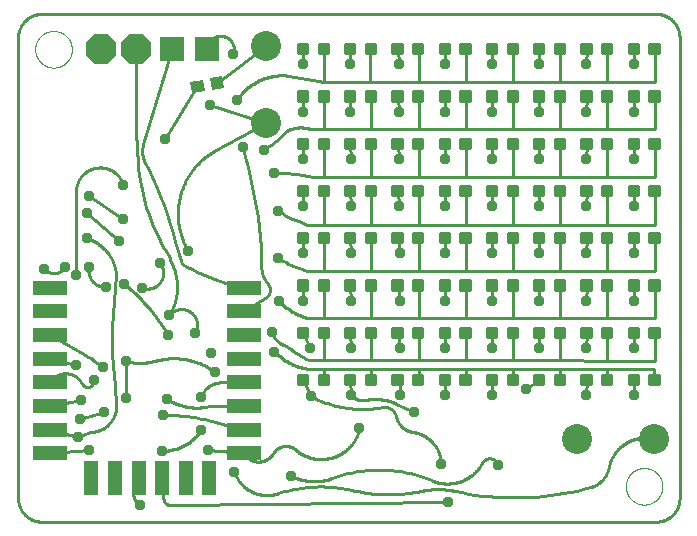
<source format=gtl>
G75*
%MOIN*%
%OFA0B0*%
%FSLAX25Y25*%
%IPPOS*%
%LPD*%
%AMOC8*
5,1,8,0,0,1.08239X$1,22.5*
%
%ADD10C,0.01000*%
%ADD11C,0.00000*%
%ADD12C,0.01181*%
%ADD13OC8,0.10050*%
%ADD14R,0.04331X0.03937*%
%ADD15R,0.07874X0.07874*%
%ADD16C,0.10000*%
%ADD17R,0.11811X0.04724*%
%ADD18R,0.04724X0.11811*%
%ADD19OC8,0.03562*%
%ADD20C,0.00984*%
D10*
X0009374Y0001500D02*
X0214098Y0001500D01*
X0214288Y0001502D01*
X0214478Y0001509D01*
X0214668Y0001521D01*
X0214858Y0001537D01*
X0215047Y0001557D01*
X0215236Y0001583D01*
X0215424Y0001612D01*
X0215611Y0001647D01*
X0215797Y0001686D01*
X0215982Y0001729D01*
X0216167Y0001777D01*
X0216350Y0001829D01*
X0216531Y0001885D01*
X0216711Y0001946D01*
X0216890Y0002012D01*
X0217067Y0002081D01*
X0217243Y0002155D01*
X0217416Y0002233D01*
X0217588Y0002316D01*
X0217757Y0002402D01*
X0217925Y0002492D01*
X0218090Y0002587D01*
X0218253Y0002685D01*
X0218413Y0002788D01*
X0218571Y0002894D01*
X0218726Y0003004D01*
X0218879Y0003117D01*
X0219029Y0003235D01*
X0219175Y0003356D01*
X0219319Y0003480D01*
X0219460Y0003608D01*
X0219598Y0003739D01*
X0219733Y0003874D01*
X0219864Y0004012D01*
X0219992Y0004153D01*
X0220116Y0004297D01*
X0220237Y0004443D01*
X0220355Y0004593D01*
X0220468Y0004746D01*
X0220578Y0004901D01*
X0220684Y0005059D01*
X0220787Y0005219D01*
X0220885Y0005382D01*
X0220980Y0005547D01*
X0221070Y0005715D01*
X0221156Y0005884D01*
X0221239Y0006056D01*
X0221317Y0006229D01*
X0221391Y0006405D01*
X0221460Y0006582D01*
X0221526Y0006761D01*
X0221587Y0006941D01*
X0221643Y0007122D01*
X0221695Y0007305D01*
X0221743Y0007490D01*
X0221786Y0007675D01*
X0221825Y0007861D01*
X0221860Y0008048D01*
X0221889Y0008236D01*
X0221915Y0008425D01*
X0221935Y0008614D01*
X0221951Y0008804D01*
X0221963Y0008994D01*
X0221970Y0009184D01*
X0221972Y0009374D01*
X0221972Y0162917D01*
X0221970Y0163107D01*
X0221963Y0163297D01*
X0221951Y0163487D01*
X0221935Y0163677D01*
X0221915Y0163866D01*
X0221889Y0164055D01*
X0221860Y0164243D01*
X0221825Y0164430D01*
X0221786Y0164616D01*
X0221743Y0164801D01*
X0221695Y0164986D01*
X0221643Y0165169D01*
X0221587Y0165350D01*
X0221526Y0165530D01*
X0221460Y0165709D01*
X0221391Y0165886D01*
X0221317Y0166062D01*
X0221239Y0166235D01*
X0221156Y0166407D01*
X0221070Y0166576D01*
X0220980Y0166744D01*
X0220885Y0166909D01*
X0220787Y0167072D01*
X0220684Y0167232D01*
X0220578Y0167390D01*
X0220468Y0167545D01*
X0220355Y0167698D01*
X0220237Y0167848D01*
X0220116Y0167994D01*
X0219992Y0168138D01*
X0219864Y0168279D01*
X0219733Y0168417D01*
X0219598Y0168552D01*
X0219460Y0168683D01*
X0219319Y0168811D01*
X0219175Y0168935D01*
X0219029Y0169056D01*
X0218879Y0169174D01*
X0218726Y0169287D01*
X0218571Y0169397D01*
X0218413Y0169503D01*
X0218253Y0169606D01*
X0218090Y0169704D01*
X0217925Y0169799D01*
X0217757Y0169889D01*
X0217588Y0169975D01*
X0217416Y0170058D01*
X0217243Y0170136D01*
X0217067Y0170210D01*
X0216890Y0170279D01*
X0216711Y0170345D01*
X0216531Y0170406D01*
X0216350Y0170462D01*
X0216167Y0170514D01*
X0215982Y0170562D01*
X0215797Y0170605D01*
X0215611Y0170644D01*
X0215424Y0170679D01*
X0215236Y0170708D01*
X0215047Y0170734D01*
X0214858Y0170754D01*
X0214668Y0170770D01*
X0214478Y0170782D01*
X0214288Y0170789D01*
X0214098Y0170791D01*
X0009374Y0170791D01*
X0009184Y0170789D01*
X0008994Y0170782D01*
X0008804Y0170770D01*
X0008614Y0170754D01*
X0008425Y0170734D01*
X0008236Y0170708D01*
X0008048Y0170679D01*
X0007861Y0170644D01*
X0007675Y0170605D01*
X0007490Y0170562D01*
X0007305Y0170514D01*
X0007122Y0170462D01*
X0006941Y0170406D01*
X0006761Y0170345D01*
X0006582Y0170279D01*
X0006405Y0170210D01*
X0006229Y0170136D01*
X0006056Y0170058D01*
X0005884Y0169975D01*
X0005715Y0169889D01*
X0005547Y0169799D01*
X0005382Y0169704D01*
X0005219Y0169606D01*
X0005059Y0169503D01*
X0004901Y0169397D01*
X0004746Y0169287D01*
X0004593Y0169174D01*
X0004443Y0169056D01*
X0004297Y0168935D01*
X0004153Y0168811D01*
X0004012Y0168683D01*
X0003874Y0168552D01*
X0003739Y0168417D01*
X0003608Y0168279D01*
X0003480Y0168138D01*
X0003356Y0167994D01*
X0003235Y0167848D01*
X0003117Y0167698D01*
X0003004Y0167545D01*
X0002894Y0167390D01*
X0002788Y0167232D01*
X0002685Y0167072D01*
X0002587Y0166909D01*
X0002492Y0166744D01*
X0002402Y0166576D01*
X0002316Y0166407D01*
X0002233Y0166235D01*
X0002155Y0166062D01*
X0002081Y0165886D01*
X0002012Y0165709D01*
X0001946Y0165530D01*
X0001885Y0165350D01*
X0001829Y0165169D01*
X0001777Y0164986D01*
X0001729Y0164801D01*
X0001686Y0164616D01*
X0001647Y0164430D01*
X0001612Y0164243D01*
X0001583Y0164055D01*
X0001557Y0163866D01*
X0001537Y0163677D01*
X0001521Y0163487D01*
X0001509Y0163297D01*
X0001502Y0163107D01*
X0001500Y0162917D01*
X0001500Y0009374D01*
X0001502Y0009184D01*
X0001509Y0008994D01*
X0001521Y0008804D01*
X0001537Y0008614D01*
X0001557Y0008425D01*
X0001583Y0008236D01*
X0001612Y0008048D01*
X0001647Y0007861D01*
X0001686Y0007675D01*
X0001729Y0007490D01*
X0001777Y0007305D01*
X0001829Y0007122D01*
X0001885Y0006941D01*
X0001946Y0006761D01*
X0002012Y0006582D01*
X0002081Y0006405D01*
X0002155Y0006229D01*
X0002233Y0006056D01*
X0002316Y0005884D01*
X0002402Y0005715D01*
X0002492Y0005547D01*
X0002587Y0005382D01*
X0002685Y0005219D01*
X0002788Y0005059D01*
X0002894Y0004901D01*
X0003004Y0004746D01*
X0003117Y0004593D01*
X0003235Y0004443D01*
X0003356Y0004297D01*
X0003480Y0004153D01*
X0003608Y0004012D01*
X0003739Y0003874D01*
X0003874Y0003739D01*
X0004012Y0003608D01*
X0004153Y0003480D01*
X0004297Y0003356D01*
X0004443Y0003235D01*
X0004593Y0003117D01*
X0004746Y0003004D01*
X0004901Y0002894D01*
X0005059Y0002788D01*
X0005219Y0002685D01*
X0005382Y0002587D01*
X0005547Y0002492D01*
X0005715Y0002402D01*
X0005884Y0002316D01*
X0006056Y0002233D01*
X0006229Y0002155D01*
X0006405Y0002081D01*
X0006582Y0002012D01*
X0006761Y0001946D01*
X0006941Y0001885D01*
X0007122Y0001829D01*
X0007305Y0001777D01*
X0007490Y0001729D01*
X0007675Y0001686D01*
X0007861Y0001647D01*
X0008048Y0001612D01*
X0008236Y0001583D01*
X0008425Y0001557D01*
X0008614Y0001537D01*
X0008804Y0001521D01*
X0008994Y0001509D01*
X0009184Y0001502D01*
X0009374Y0001500D01*
X0046776Y0055043D02*
X0047329Y0055196D01*
X0047886Y0055335D01*
X0048446Y0055461D01*
X0049009Y0055573D01*
X0049575Y0055672D01*
X0050143Y0055756D01*
X0050713Y0055826D01*
X0051284Y0055883D01*
X0051857Y0055925D01*
X0052430Y0055954D01*
X0053004Y0055968D01*
X0053579Y0055968D01*
X0054153Y0055955D01*
X0054726Y0055927D01*
X0055299Y0055885D01*
X0055870Y0055829D01*
X0056440Y0055759D01*
X0057008Y0055675D01*
X0057574Y0055577D01*
X0058137Y0055466D01*
X0058698Y0055341D01*
X0059255Y0055202D01*
X0059808Y0055049D01*
X0060358Y0054883D01*
X0060903Y0054703D01*
X0061444Y0054510D01*
X0061980Y0054304D01*
X0062511Y0054085D01*
X0063036Y0053853D01*
X0063555Y0053608D01*
X0064069Y0053351D01*
X0064575Y0053081D01*
X0065075Y0052798D01*
X0065568Y0052504D01*
X0066054Y0052197D01*
X0066532Y0051879D01*
X0067002Y0051549D01*
X0060315Y0064353D02*
X0060391Y0064475D01*
X0060464Y0064598D01*
X0060533Y0064724D01*
X0060599Y0064852D01*
X0060662Y0064981D01*
X0060720Y0065112D01*
X0060776Y0065245D01*
X0060827Y0065379D01*
X0060875Y0065514D01*
X0060919Y0065651D01*
X0060959Y0065789D01*
X0060995Y0065928D01*
X0061028Y0066068D01*
X0061056Y0066208D01*
X0061081Y0066350D01*
X0061102Y0066492D01*
X0061118Y0066635D01*
X0061131Y0066778D01*
X0061140Y0066921D01*
X0061145Y0067064D01*
X0061146Y0067208D01*
X0061143Y0067352D01*
X0061136Y0067495D01*
X0061125Y0067638D01*
X0061110Y0067781D01*
X0061091Y0067923D01*
X0061068Y0068065D01*
X0061041Y0068206D01*
X0061011Y0068346D01*
X0060976Y0068486D01*
X0060938Y0068624D01*
X0060896Y0068761D01*
X0060850Y0068898D01*
X0060800Y0069032D01*
X0060747Y0069166D01*
X0060690Y0069297D01*
X0060629Y0069428D01*
X0060565Y0069556D01*
X0060497Y0069683D01*
X0060426Y0069807D01*
X0060351Y0069930D01*
X0060273Y0070050D01*
X0060192Y0070169D01*
X0060107Y0070285D01*
X0060019Y0070398D01*
X0059929Y0070510D01*
X0059835Y0070618D01*
X0059738Y0070724D01*
X0059638Y0070827D01*
X0059535Y0070928D01*
X0059430Y0071025D01*
X0059322Y0071120D01*
X0059211Y0071212D01*
X0059098Y0071300D01*
X0058983Y0071385D01*
X0058865Y0071468D01*
X0058745Y0071546D01*
X0058623Y0071622D01*
X0058499Y0071694D01*
X0058372Y0071763D01*
X0058244Y0071828D01*
X0058115Y0071889D01*
X0057983Y0071947D01*
X0057850Y0072001D01*
X0057716Y0072052D01*
X0057580Y0072099D01*
X0057443Y0072142D01*
X0057305Y0072181D01*
X0057166Y0072216D01*
X0057026Y0072248D01*
X0056885Y0072275D01*
X0056743Y0072299D01*
X0056601Y0072319D01*
X0056458Y0072335D01*
X0056315Y0072347D01*
X0056172Y0072355D01*
X0056028Y0072359D01*
X0055885Y0072358D01*
X0055741Y0072355D01*
X0055598Y0072347D01*
X0055455Y0072335D01*
X0055312Y0072319D01*
X0055170Y0072299D01*
X0055028Y0072275D01*
X0054887Y0072248D01*
X0054747Y0072216D01*
X0054608Y0072181D01*
X0054470Y0072141D01*
X0054333Y0072098D01*
X0054197Y0072051D01*
X0054063Y0072001D01*
X0053930Y0071947D01*
X0053798Y0071889D01*
X0053669Y0071827D01*
X0053541Y0071762D01*
X0053414Y0071693D01*
X0053290Y0071621D01*
X0053168Y0071546D01*
X0053048Y0071467D01*
X0052930Y0071385D01*
X0052815Y0071299D01*
X0052702Y0071211D01*
X0052591Y0071119D01*
X0052483Y0071025D01*
X0052378Y0070927D01*
X0052275Y0070827D01*
X0052176Y0070723D01*
X0052079Y0070617D01*
X0051985Y0070509D01*
X0051894Y0070398D01*
X0052118Y0070781D01*
X0052333Y0071170D01*
X0052538Y0071564D01*
X0052733Y0071963D01*
X0052919Y0072367D01*
X0053094Y0072775D01*
X0053260Y0073187D01*
X0053415Y0073603D01*
X0053560Y0074023D01*
X0053695Y0074446D01*
X0053819Y0074872D01*
X0053933Y0075302D01*
X0054036Y0075734D01*
X0054129Y0076168D01*
X0054211Y0076605D01*
X0054282Y0077043D01*
X0054343Y0077483D01*
X0054393Y0077925D01*
X0054432Y0078367D01*
X0054460Y0078810D01*
X0054477Y0079254D01*
X0054483Y0079698D01*
X0054478Y0080142D01*
X0054463Y0080586D01*
X0054436Y0081030D01*
X0054399Y0081472D01*
X0054351Y0081914D01*
X0054292Y0082354D01*
X0054223Y0082793D01*
X0054142Y0083230D01*
X0054051Y0083665D01*
X0053949Y0084097D01*
X0053837Y0084527D01*
X0053714Y0084954D01*
X0053713Y0084954D02*
X0053511Y0085600D01*
X0053294Y0086242D01*
X0053063Y0086878D01*
X0052818Y0087510D01*
X0052558Y0088135D01*
X0052285Y0088755D01*
X0051997Y0089369D01*
X0051697Y0089975D01*
X0051382Y0090575D01*
X0051054Y0091168D01*
X0050713Y0091754D01*
X0050715Y0091754D02*
X0049920Y0093120D01*
X0049158Y0094506D01*
X0048429Y0095909D01*
X0047734Y0097328D01*
X0047073Y0098765D01*
X0046446Y0100216D01*
X0045855Y0101682D01*
X0045298Y0103162D01*
X0044777Y0104654D01*
X0044291Y0106159D01*
X0043842Y0107674D01*
X0043429Y0109200D01*
X0043052Y0110736D01*
X0042712Y0112280D01*
X0042409Y0113831D01*
X0042143Y0115390D01*
X0041915Y0116954D01*
X0041914Y0116953D02*
X0041595Y0119549D01*
X0041334Y0122152D01*
X0041131Y0124760D01*
X0040986Y0127372D01*
X0040899Y0129986D01*
X0040870Y0132602D01*
D11*
X0007209Y0158980D02*
X0007211Y0159136D01*
X0007217Y0159292D01*
X0007227Y0159447D01*
X0007241Y0159602D01*
X0007259Y0159757D01*
X0007281Y0159911D01*
X0007306Y0160065D01*
X0007336Y0160218D01*
X0007370Y0160370D01*
X0007407Y0160522D01*
X0007448Y0160672D01*
X0007493Y0160821D01*
X0007542Y0160969D01*
X0007595Y0161116D01*
X0007651Y0161261D01*
X0007711Y0161405D01*
X0007775Y0161547D01*
X0007843Y0161688D01*
X0007914Y0161826D01*
X0007988Y0161963D01*
X0008066Y0162098D01*
X0008147Y0162231D01*
X0008232Y0162362D01*
X0008320Y0162491D01*
X0008411Y0162617D01*
X0008506Y0162741D01*
X0008603Y0162862D01*
X0008704Y0162981D01*
X0008808Y0163098D01*
X0008914Y0163211D01*
X0009024Y0163322D01*
X0009136Y0163430D01*
X0009251Y0163535D01*
X0009369Y0163638D01*
X0009489Y0163737D01*
X0009612Y0163833D01*
X0009737Y0163926D01*
X0009864Y0164015D01*
X0009994Y0164102D01*
X0010126Y0164185D01*
X0010260Y0164264D01*
X0010396Y0164341D01*
X0010534Y0164413D01*
X0010673Y0164483D01*
X0010815Y0164548D01*
X0010958Y0164610D01*
X0011102Y0164668D01*
X0011248Y0164723D01*
X0011396Y0164774D01*
X0011544Y0164821D01*
X0011694Y0164864D01*
X0011845Y0164903D01*
X0011997Y0164939D01*
X0012149Y0164970D01*
X0012303Y0164998D01*
X0012457Y0165022D01*
X0012611Y0165042D01*
X0012766Y0165058D01*
X0012922Y0165070D01*
X0013077Y0165078D01*
X0013233Y0165082D01*
X0013389Y0165082D01*
X0013545Y0165078D01*
X0013700Y0165070D01*
X0013856Y0165058D01*
X0014011Y0165042D01*
X0014165Y0165022D01*
X0014319Y0164998D01*
X0014473Y0164970D01*
X0014625Y0164939D01*
X0014777Y0164903D01*
X0014928Y0164864D01*
X0015078Y0164821D01*
X0015226Y0164774D01*
X0015374Y0164723D01*
X0015520Y0164668D01*
X0015664Y0164610D01*
X0015807Y0164548D01*
X0015949Y0164483D01*
X0016088Y0164413D01*
X0016226Y0164341D01*
X0016362Y0164264D01*
X0016496Y0164185D01*
X0016628Y0164102D01*
X0016758Y0164015D01*
X0016885Y0163926D01*
X0017010Y0163833D01*
X0017133Y0163737D01*
X0017253Y0163638D01*
X0017371Y0163535D01*
X0017486Y0163430D01*
X0017598Y0163322D01*
X0017708Y0163211D01*
X0017814Y0163098D01*
X0017918Y0162981D01*
X0018019Y0162862D01*
X0018116Y0162741D01*
X0018211Y0162617D01*
X0018302Y0162491D01*
X0018390Y0162362D01*
X0018475Y0162231D01*
X0018556Y0162098D01*
X0018634Y0161963D01*
X0018708Y0161826D01*
X0018779Y0161688D01*
X0018847Y0161547D01*
X0018911Y0161405D01*
X0018971Y0161261D01*
X0019027Y0161116D01*
X0019080Y0160969D01*
X0019129Y0160821D01*
X0019174Y0160672D01*
X0019215Y0160522D01*
X0019252Y0160370D01*
X0019286Y0160218D01*
X0019316Y0160065D01*
X0019341Y0159911D01*
X0019363Y0159757D01*
X0019381Y0159602D01*
X0019395Y0159447D01*
X0019405Y0159292D01*
X0019411Y0159136D01*
X0019413Y0158980D01*
X0019411Y0158824D01*
X0019405Y0158668D01*
X0019395Y0158513D01*
X0019381Y0158358D01*
X0019363Y0158203D01*
X0019341Y0158049D01*
X0019316Y0157895D01*
X0019286Y0157742D01*
X0019252Y0157590D01*
X0019215Y0157438D01*
X0019174Y0157288D01*
X0019129Y0157139D01*
X0019080Y0156991D01*
X0019027Y0156844D01*
X0018971Y0156699D01*
X0018911Y0156555D01*
X0018847Y0156413D01*
X0018779Y0156272D01*
X0018708Y0156134D01*
X0018634Y0155997D01*
X0018556Y0155862D01*
X0018475Y0155729D01*
X0018390Y0155598D01*
X0018302Y0155469D01*
X0018211Y0155343D01*
X0018116Y0155219D01*
X0018019Y0155098D01*
X0017918Y0154979D01*
X0017814Y0154862D01*
X0017708Y0154749D01*
X0017598Y0154638D01*
X0017486Y0154530D01*
X0017371Y0154425D01*
X0017253Y0154322D01*
X0017133Y0154223D01*
X0017010Y0154127D01*
X0016885Y0154034D01*
X0016758Y0153945D01*
X0016628Y0153858D01*
X0016496Y0153775D01*
X0016362Y0153696D01*
X0016226Y0153619D01*
X0016088Y0153547D01*
X0015949Y0153477D01*
X0015807Y0153412D01*
X0015664Y0153350D01*
X0015520Y0153292D01*
X0015374Y0153237D01*
X0015226Y0153186D01*
X0015078Y0153139D01*
X0014928Y0153096D01*
X0014777Y0153057D01*
X0014625Y0153021D01*
X0014473Y0152990D01*
X0014319Y0152962D01*
X0014165Y0152938D01*
X0014011Y0152918D01*
X0013856Y0152902D01*
X0013700Y0152890D01*
X0013545Y0152882D01*
X0013389Y0152878D01*
X0013233Y0152878D01*
X0013077Y0152882D01*
X0012922Y0152890D01*
X0012766Y0152902D01*
X0012611Y0152918D01*
X0012457Y0152938D01*
X0012303Y0152962D01*
X0012149Y0152990D01*
X0011997Y0153021D01*
X0011845Y0153057D01*
X0011694Y0153096D01*
X0011544Y0153139D01*
X0011396Y0153186D01*
X0011248Y0153237D01*
X0011102Y0153292D01*
X0010958Y0153350D01*
X0010815Y0153412D01*
X0010673Y0153477D01*
X0010534Y0153547D01*
X0010396Y0153619D01*
X0010260Y0153696D01*
X0010126Y0153775D01*
X0009994Y0153858D01*
X0009864Y0153945D01*
X0009737Y0154034D01*
X0009612Y0154127D01*
X0009489Y0154223D01*
X0009369Y0154322D01*
X0009251Y0154425D01*
X0009136Y0154530D01*
X0009024Y0154638D01*
X0008914Y0154749D01*
X0008808Y0154862D01*
X0008704Y0154979D01*
X0008603Y0155098D01*
X0008506Y0155219D01*
X0008411Y0155343D01*
X0008320Y0155469D01*
X0008232Y0155598D01*
X0008147Y0155729D01*
X0008066Y0155862D01*
X0007988Y0155997D01*
X0007914Y0156134D01*
X0007843Y0156272D01*
X0007775Y0156413D01*
X0007711Y0156555D01*
X0007651Y0156699D01*
X0007595Y0156844D01*
X0007542Y0156991D01*
X0007493Y0157139D01*
X0007448Y0157288D01*
X0007407Y0157438D01*
X0007370Y0157590D01*
X0007336Y0157742D01*
X0007306Y0157895D01*
X0007281Y0158049D01*
X0007259Y0158203D01*
X0007241Y0158358D01*
X0007227Y0158513D01*
X0007217Y0158668D01*
X0007211Y0158824D01*
X0007209Y0158980D01*
X0204059Y0013311D02*
X0204061Y0013467D01*
X0204067Y0013623D01*
X0204077Y0013778D01*
X0204091Y0013933D01*
X0204109Y0014088D01*
X0204131Y0014242D01*
X0204156Y0014396D01*
X0204186Y0014549D01*
X0204220Y0014701D01*
X0204257Y0014853D01*
X0204298Y0015003D01*
X0204343Y0015152D01*
X0204392Y0015300D01*
X0204445Y0015447D01*
X0204501Y0015592D01*
X0204561Y0015736D01*
X0204625Y0015878D01*
X0204693Y0016019D01*
X0204764Y0016157D01*
X0204838Y0016294D01*
X0204916Y0016429D01*
X0204997Y0016562D01*
X0205082Y0016693D01*
X0205170Y0016822D01*
X0205261Y0016948D01*
X0205356Y0017072D01*
X0205453Y0017193D01*
X0205554Y0017312D01*
X0205658Y0017429D01*
X0205764Y0017542D01*
X0205874Y0017653D01*
X0205986Y0017761D01*
X0206101Y0017866D01*
X0206219Y0017969D01*
X0206339Y0018068D01*
X0206462Y0018164D01*
X0206587Y0018257D01*
X0206714Y0018346D01*
X0206844Y0018433D01*
X0206976Y0018516D01*
X0207110Y0018595D01*
X0207246Y0018672D01*
X0207384Y0018744D01*
X0207523Y0018814D01*
X0207665Y0018879D01*
X0207808Y0018941D01*
X0207952Y0018999D01*
X0208098Y0019054D01*
X0208246Y0019105D01*
X0208394Y0019152D01*
X0208544Y0019195D01*
X0208695Y0019234D01*
X0208847Y0019270D01*
X0208999Y0019301D01*
X0209153Y0019329D01*
X0209307Y0019353D01*
X0209461Y0019373D01*
X0209616Y0019389D01*
X0209772Y0019401D01*
X0209927Y0019409D01*
X0210083Y0019413D01*
X0210239Y0019413D01*
X0210395Y0019409D01*
X0210550Y0019401D01*
X0210706Y0019389D01*
X0210861Y0019373D01*
X0211015Y0019353D01*
X0211169Y0019329D01*
X0211323Y0019301D01*
X0211475Y0019270D01*
X0211627Y0019234D01*
X0211778Y0019195D01*
X0211928Y0019152D01*
X0212076Y0019105D01*
X0212224Y0019054D01*
X0212370Y0018999D01*
X0212514Y0018941D01*
X0212657Y0018879D01*
X0212799Y0018814D01*
X0212938Y0018744D01*
X0213076Y0018672D01*
X0213212Y0018595D01*
X0213346Y0018516D01*
X0213478Y0018433D01*
X0213608Y0018346D01*
X0213735Y0018257D01*
X0213860Y0018164D01*
X0213983Y0018068D01*
X0214103Y0017969D01*
X0214221Y0017866D01*
X0214336Y0017761D01*
X0214448Y0017653D01*
X0214558Y0017542D01*
X0214664Y0017429D01*
X0214768Y0017312D01*
X0214869Y0017193D01*
X0214966Y0017072D01*
X0215061Y0016948D01*
X0215152Y0016822D01*
X0215240Y0016693D01*
X0215325Y0016562D01*
X0215406Y0016429D01*
X0215484Y0016294D01*
X0215558Y0016157D01*
X0215629Y0016019D01*
X0215697Y0015878D01*
X0215761Y0015736D01*
X0215821Y0015592D01*
X0215877Y0015447D01*
X0215930Y0015300D01*
X0215979Y0015152D01*
X0216024Y0015003D01*
X0216065Y0014853D01*
X0216102Y0014701D01*
X0216136Y0014549D01*
X0216166Y0014396D01*
X0216191Y0014242D01*
X0216213Y0014088D01*
X0216231Y0013933D01*
X0216245Y0013778D01*
X0216255Y0013623D01*
X0216261Y0013467D01*
X0216263Y0013311D01*
X0216261Y0013155D01*
X0216255Y0012999D01*
X0216245Y0012844D01*
X0216231Y0012689D01*
X0216213Y0012534D01*
X0216191Y0012380D01*
X0216166Y0012226D01*
X0216136Y0012073D01*
X0216102Y0011921D01*
X0216065Y0011769D01*
X0216024Y0011619D01*
X0215979Y0011470D01*
X0215930Y0011322D01*
X0215877Y0011175D01*
X0215821Y0011030D01*
X0215761Y0010886D01*
X0215697Y0010744D01*
X0215629Y0010603D01*
X0215558Y0010465D01*
X0215484Y0010328D01*
X0215406Y0010193D01*
X0215325Y0010060D01*
X0215240Y0009929D01*
X0215152Y0009800D01*
X0215061Y0009674D01*
X0214966Y0009550D01*
X0214869Y0009429D01*
X0214768Y0009310D01*
X0214664Y0009193D01*
X0214558Y0009080D01*
X0214448Y0008969D01*
X0214336Y0008861D01*
X0214221Y0008756D01*
X0214103Y0008653D01*
X0213983Y0008554D01*
X0213860Y0008458D01*
X0213735Y0008365D01*
X0213608Y0008276D01*
X0213478Y0008189D01*
X0213346Y0008106D01*
X0213212Y0008027D01*
X0213076Y0007950D01*
X0212938Y0007878D01*
X0212799Y0007808D01*
X0212657Y0007743D01*
X0212514Y0007681D01*
X0212370Y0007623D01*
X0212224Y0007568D01*
X0212076Y0007517D01*
X0211928Y0007470D01*
X0211778Y0007427D01*
X0211627Y0007388D01*
X0211475Y0007352D01*
X0211323Y0007321D01*
X0211169Y0007293D01*
X0211015Y0007269D01*
X0210861Y0007249D01*
X0210706Y0007233D01*
X0210550Y0007221D01*
X0210395Y0007213D01*
X0210239Y0007209D01*
X0210083Y0007209D01*
X0209927Y0007213D01*
X0209772Y0007221D01*
X0209616Y0007233D01*
X0209461Y0007249D01*
X0209307Y0007269D01*
X0209153Y0007293D01*
X0208999Y0007321D01*
X0208847Y0007352D01*
X0208695Y0007388D01*
X0208544Y0007427D01*
X0208394Y0007470D01*
X0208246Y0007517D01*
X0208098Y0007568D01*
X0207952Y0007623D01*
X0207808Y0007681D01*
X0207665Y0007743D01*
X0207523Y0007808D01*
X0207384Y0007878D01*
X0207246Y0007950D01*
X0207110Y0008027D01*
X0206976Y0008106D01*
X0206844Y0008189D01*
X0206714Y0008276D01*
X0206587Y0008365D01*
X0206462Y0008458D01*
X0206339Y0008554D01*
X0206219Y0008653D01*
X0206101Y0008756D01*
X0205986Y0008861D01*
X0205874Y0008969D01*
X0205764Y0009080D01*
X0205658Y0009193D01*
X0205554Y0009310D01*
X0205453Y0009429D01*
X0205356Y0009550D01*
X0205261Y0009674D01*
X0205170Y0009800D01*
X0205082Y0009929D01*
X0204997Y0010060D01*
X0204916Y0010193D01*
X0204838Y0010328D01*
X0204764Y0010465D01*
X0204693Y0010603D01*
X0204625Y0010744D01*
X0204561Y0010886D01*
X0204501Y0011030D01*
X0204445Y0011175D01*
X0204392Y0011322D01*
X0204343Y0011470D01*
X0204298Y0011619D01*
X0204257Y0011769D01*
X0204220Y0011921D01*
X0204186Y0012073D01*
X0204156Y0012226D01*
X0204131Y0012380D01*
X0204109Y0012534D01*
X0204091Y0012689D01*
X0204077Y0012844D01*
X0204067Y0012999D01*
X0204061Y0013155D01*
X0204059Y0013311D01*
D12*
X0205331Y0047366D02*
X0205331Y0050122D01*
X0208087Y0050122D01*
X0208087Y0047366D01*
X0205331Y0047366D01*
X0205331Y0048546D02*
X0208087Y0048546D01*
X0208087Y0049726D02*
X0205331Y0049726D01*
X0196488Y0050122D02*
X0196488Y0047366D01*
X0196488Y0050122D02*
X0199244Y0050122D01*
X0199244Y0047366D01*
X0196488Y0047366D01*
X0196488Y0048546D02*
X0199244Y0048546D01*
X0199244Y0049726D02*
X0196488Y0049726D01*
X0189583Y0050122D02*
X0189583Y0047366D01*
X0189583Y0050122D02*
X0192339Y0050122D01*
X0192339Y0047366D01*
X0189583Y0047366D01*
X0189583Y0048546D02*
X0192339Y0048546D01*
X0192339Y0049726D02*
X0189583Y0049726D01*
X0180740Y0050122D02*
X0180740Y0047366D01*
X0180740Y0050122D02*
X0183496Y0050122D01*
X0183496Y0047366D01*
X0180740Y0047366D01*
X0180740Y0048546D02*
X0183496Y0048546D01*
X0183496Y0049726D02*
X0180740Y0049726D01*
X0173835Y0050122D02*
X0173835Y0047366D01*
X0173835Y0050122D02*
X0176591Y0050122D01*
X0176591Y0047366D01*
X0173835Y0047366D01*
X0173835Y0048546D02*
X0176591Y0048546D01*
X0176591Y0049726D02*
X0173835Y0049726D01*
X0164992Y0050122D02*
X0164992Y0047366D01*
X0164992Y0050122D02*
X0167748Y0050122D01*
X0167748Y0047366D01*
X0164992Y0047366D01*
X0164992Y0048546D02*
X0167748Y0048546D01*
X0167748Y0049726D02*
X0164992Y0049726D01*
X0158087Y0050122D02*
X0158087Y0047366D01*
X0158087Y0050122D02*
X0160843Y0050122D01*
X0160843Y0047366D01*
X0158087Y0047366D01*
X0158087Y0048546D02*
X0160843Y0048546D01*
X0160843Y0049726D02*
X0158087Y0049726D01*
X0149244Y0050122D02*
X0149244Y0047366D01*
X0149244Y0050122D02*
X0152000Y0050122D01*
X0152000Y0047366D01*
X0149244Y0047366D01*
X0149244Y0048546D02*
X0152000Y0048546D01*
X0152000Y0049726D02*
X0149244Y0049726D01*
X0142339Y0050122D02*
X0142339Y0047366D01*
X0142339Y0050122D02*
X0145095Y0050122D01*
X0145095Y0047366D01*
X0142339Y0047366D01*
X0142339Y0048546D02*
X0145095Y0048546D01*
X0145095Y0049726D02*
X0142339Y0049726D01*
X0133496Y0050122D02*
X0133496Y0047366D01*
X0133496Y0050122D02*
X0136252Y0050122D01*
X0136252Y0047366D01*
X0133496Y0047366D01*
X0133496Y0048546D02*
X0136252Y0048546D01*
X0136252Y0049726D02*
X0133496Y0049726D01*
X0126591Y0050122D02*
X0126591Y0047366D01*
X0126591Y0050122D02*
X0129347Y0050122D01*
X0129347Y0047366D01*
X0126591Y0047366D01*
X0126591Y0048546D02*
X0129347Y0048546D01*
X0129347Y0049726D02*
X0126591Y0049726D01*
X0117748Y0050122D02*
X0117748Y0047366D01*
X0117748Y0050122D02*
X0120504Y0050122D01*
X0120504Y0047366D01*
X0117748Y0047366D01*
X0117748Y0048546D02*
X0120504Y0048546D01*
X0120504Y0049726D02*
X0117748Y0049726D01*
X0110842Y0050122D02*
X0110842Y0047366D01*
X0110842Y0050122D02*
X0113598Y0050122D01*
X0113598Y0047366D01*
X0110842Y0047366D01*
X0110842Y0048546D02*
X0113598Y0048546D01*
X0113598Y0049726D02*
X0110842Y0049726D01*
X0102000Y0050122D02*
X0102000Y0047366D01*
X0102000Y0050122D02*
X0104756Y0050122D01*
X0104756Y0047366D01*
X0102000Y0047366D01*
X0102000Y0048546D02*
X0104756Y0048546D01*
X0104756Y0049726D02*
X0102000Y0049726D01*
X0095094Y0050122D02*
X0095094Y0047366D01*
X0095094Y0050122D02*
X0097850Y0050122D01*
X0097850Y0047366D01*
X0095094Y0047366D01*
X0095094Y0048546D02*
X0097850Y0048546D01*
X0097850Y0049726D02*
X0095094Y0049726D01*
X0095094Y0063114D02*
X0095094Y0065870D01*
X0097850Y0065870D01*
X0097850Y0063114D01*
X0095094Y0063114D01*
X0095094Y0064294D02*
X0097850Y0064294D01*
X0097850Y0065474D02*
X0095094Y0065474D01*
X0102000Y0065870D02*
X0102000Y0063114D01*
X0102000Y0065870D02*
X0104756Y0065870D01*
X0104756Y0063114D01*
X0102000Y0063114D01*
X0102000Y0064294D02*
X0104756Y0064294D01*
X0104756Y0065474D02*
X0102000Y0065474D01*
X0110842Y0065870D02*
X0110842Y0063114D01*
X0110842Y0065870D02*
X0113598Y0065870D01*
X0113598Y0063114D01*
X0110842Y0063114D01*
X0110842Y0064294D02*
X0113598Y0064294D01*
X0113598Y0065474D02*
X0110842Y0065474D01*
X0117748Y0065870D02*
X0117748Y0063114D01*
X0117748Y0065870D02*
X0120504Y0065870D01*
X0120504Y0063114D01*
X0117748Y0063114D01*
X0117748Y0064294D02*
X0120504Y0064294D01*
X0120504Y0065474D02*
X0117748Y0065474D01*
X0126591Y0065870D02*
X0126591Y0063114D01*
X0126591Y0065870D02*
X0129347Y0065870D01*
X0129347Y0063114D01*
X0126591Y0063114D01*
X0126591Y0064294D02*
X0129347Y0064294D01*
X0129347Y0065474D02*
X0126591Y0065474D01*
X0133496Y0065870D02*
X0133496Y0063114D01*
X0133496Y0065870D02*
X0136252Y0065870D01*
X0136252Y0063114D01*
X0133496Y0063114D01*
X0133496Y0064294D02*
X0136252Y0064294D01*
X0136252Y0065474D02*
X0133496Y0065474D01*
X0142339Y0065870D02*
X0142339Y0063114D01*
X0142339Y0065870D02*
X0145095Y0065870D01*
X0145095Y0063114D01*
X0142339Y0063114D01*
X0142339Y0064294D02*
X0145095Y0064294D01*
X0145095Y0065474D02*
X0142339Y0065474D01*
X0149244Y0065870D02*
X0149244Y0063114D01*
X0149244Y0065870D02*
X0152000Y0065870D01*
X0152000Y0063114D01*
X0149244Y0063114D01*
X0149244Y0064294D02*
X0152000Y0064294D01*
X0152000Y0065474D02*
X0149244Y0065474D01*
X0158087Y0065870D02*
X0158087Y0063114D01*
X0158087Y0065870D02*
X0160843Y0065870D01*
X0160843Y0063114D01*
X0158087Y0063114D01*
X0158087Y0064294D02*
X0160843Y0064294D01*
X0160843Y0065474D02*
X0158087Y0065474D01*
X0164992Y0065870D02*
X0164992Y0063114D01*
X0164992Y0065870D02*
X0167748Y0065870D01*
X0167748Y0063114D01*
X0164992Y0063114D01*
X0164992Y0064294D02*
X0167748Y0064294D01*
X0167748Y0065474D02*
X0164992Y0065474D01*
X0173835Y0065870D02*
X0173835Y0063114D01*
X0173835Y0065870D02*
X0176591Y0065870D01*
X0176591Y0063114D01*
X0173835Y0063114D01*
X0173835Y0064294D02*
X0176591Y0064294D01*
X0176591Y0065474D02*
X0173835Y0065474D01*
X0180740Y0065870D02*
X0180740Y0063114D01*
X0180740Y0065870D02*
X0183496Y0065870D01*
X0183496Y0063114D01*
X0180740Y0063114D01*
X0180740Y0064294D02*
X0183496Y0064294D01*
X0183496Y0065474D02*
X0180740Y0065474D01*
X0189583Y0065870D02*
X0189583Y0063114D01*
X0189583Y0065870D02*
X0192339Y0065870D01*
X0192339Y0063114D01*
X0189583Y0063114D01*
X0189583Y0064294D02*
X0192339Y0064294D01*
X0192339Y0065474D02*
X0189583Y0065474D01*
X0196488Y0065870D02*
X0196488Y0063114D01*
X0196488Y0065870D02*
X0199244Y0065870D01*
X0199244Y0063114D01*
X0196488Y0063114D01*
X0196488Y0064294D02*
X0199244Y0064294D01*
X0199244Y0065474D02*
X0196488Y0065474D01*
X0205331Y0065870D02*
X0205331Y0063114D01*
X0205331Y0065870D02*
X0208087Y0065870D01*
X0208087Y0063114D01*
X0205331Y0063114D01*
X0205331Y0064294D02*
X0208087Y0064294D01*
X0208087Y0065474D02*
X0205331Y0065474D01*
X0212236Y0065870D02*
X0212236Y0063114D01*
X0212236Y0065870D02*
X0214992Y0065870D01*
X0214992Y0063114D01*
X0212236Y0063114D01*
X0212236Y0064294D02*
X0214992Y0064294D01*
X0214992Y0065474D02*
X0212236Y0065474D01*
X0212236Y0078862D02*
X0212236Y0081618D01*
X0214992Y0081618D01*
X0214992Y0078862D01*
X0212236Y0078862D01*
X0212236Y0080042D02*
X0214992Y0080042D01*
X0214992Y0081222D02*
X0212236Y0081222D01*
X0205331Y0081618D02*
X0205331Y0078862D01*
X0205331Y0081618D02*
X0208087Y0081618D01*
X0208087Y0078862D01*
X0205331Y0078862D01*
X0205331Y0080042D02*
X0208087Y0080042D01*
X0208087Y0081222D02*
X0205331Y0081222D01*
X0196488Y0081618D02*
X0196488Y0078862D01*
X0196488Y0081618D02*
X0199244Y0081618D01*
X0199244Y0078862D01*
X0196488Y0078862D01*
X0196488Y0080042D02*
X0199244Y0080042D01*
X0199244Y0081222D02*
X0196488Y0081222D01*
X0189583Y0081618D02*
X0189583Y0078862D01*
X0189583Y0081618D02*
X0192339Y0081618D01*
X0192339Y0078862D01*
X0189583Y0078862D01*
X0189583Y0080042D02*
X0192339Y0080042D01*
X0192339Y0081222D02*
X0189583Y0081222D01*
X0180740Y0081618D02*
X0180740Y0078862D01*
X0180740Y0081618D02*
X0183496Y0081618D01*
X0183496Y0078862D01*
X0180740Y0078862D01*
X0180740Y0080042D02*
X0183496Y0080042D01*
X0183496Y0081222D02*
X0180740Y0081222D01*
X0173835Y0081618D02*
X0173835Y0078862D01*
X0173835Y0081618D02*
X0176591Y0081618D01*
X0176591Y0078862D01*
X0173835Y0078862D01*
X0173835Y0080042D02*
X0176591Y0080042D01*
X0176591Y0081222D02*
X0173835Y0081222D01*
X0164992Y0081618D02*
X0164992Y0078862D01*
X0164992Y0081618D02*
X0167748Y0081618D01*
X0167748Y0078862D01*
X0164992Y0078862D01*
X0164992Y0080042D02*
X0167748Y0080042D01*
X0167748Y0081222D02*
X0164992Y0081222D01*
X0158087Y0081618D02*
X0158087Y0078862D01*
X0158087Y0081618D02*
X0160843Y0081618D01*
X0160843Y0078862D01*
X0158087Y0078862D01*
X0158087Y0080042D02*
X0160843Y0080042D01*
X0160843Y0081222D02*
X0158087Y0081222D01*
X0149244Y0081618D02*
X0149244Y0078862D01*
X0149244Y0081618D02*
X0152000Y0081618D01*
X0152000Y0078862D01*
X0149244Y0078862D01*
X0149244Y0080042D02*
X0152000Y0080042D01*
X0152000Y0081222D02*
X0149244Y0081222D01*
X0142339Y0081618D02*
X0142339Y0078862D01*
X0142339Y0081618D02*
X0145095Y0081618D01*
X0145095Y0078862D01*
X0142339Y0078862D01*
X0142339Y0080042D02*
X0145095Y0080042D01*
X0145095Y0081222D02*
X0142339Y0081222D01*
X0133496Y0081618D02*
X0133496Y0078862D01*
X0133496Y0081618D02*
X0136252Y0081618D01*
X0136252Y0078862D01*
X0133496Y0078862D01*
X0133496Y0080042D02*
X0136252Y0080042D01*
X0136252Y0081222D02*
X0133496Y0081222D01*
X0126591Y0081618D02*
X0126591Y0078862D01*
X0126591Y0081618D02*
X0129347Y0081618D01*
X0129347Y0078862D01*
X0126591Y0078862D01*
X0126591Y0080042D02*
X0129347Y0080042D01*
X0129347Y0081222D02*
X0126591Y0081222D01*
X0117748Y0081618D02*
X0117748Y0078862D01*
X0117748Y0081618D02*
X0120504Y0081618D01*
X0120504Y0078862D01*
X0117748Y0078862D01*
X0117748Y0080042D02*
X0120504Y0080042D01*
X0120504Y0081222D02*
X0117748Y0081222D01*
X0110842Y0081618D02*
X0110842Y0078862D01*
X0110842Y0081618D02*
X0113598Y0081618D01*
X0113598Y0078862D01*
X0110842Y0078862D01*
X0110842Y0080042D02*
X0113598Y0080042D01*
X0113598Y0081222D02*
X0110842Y0081222D01*
X0102000Y0081618D02*
X0102000Y0078862D01*
X0102000Y0081618D02*
X0104756Y0081618D01*
X0104756Y0078862D01*
X0102000Y0078862D01*
X0102000Y0080042D02*
X0104756Y0080042D01*
X0104756Y0081222D02*
X0102000Y0081222D01*
X0095094Y0081618D02*
X0095094Y0078862D01*
X0095094Y0081618D02*
X0097850Y0081618D01*
X0097850Y0078862D01*
X0095094Y0078862D01*
X0095094Y0080042D02*
X0097850Y0080042D01*
X0097850Y0081222D02*
X0095094Y0081222D01*
X0095094Y0094610D02*
X0095094Y0097366D01*
X0097850Y0097366D01*
X0097850Y0094610D01*
X0095094Y0094610D01*
X0095094Y0095790D02*
X0097850Y0095790D01*
X0097850Y0096970D02*
X0095094Y0096970D01*
X0102000Y0097366D02*
X0102000Y0094610D01*
X0102000Y0097366D02*
X0104756Y0097366D01*
X0104756Y0094610D01*
X0102000Y0094610D01*
X0102000Y0095790D02*
X0104756Y0095790D01*
X0104756Y0096970D02*
X0102000Y0096970D01*
X0110842Y0097366D02*
X0110842Y0094610D01*
X0110842Y0097366D02*
X0113598Y0097366D01*
X0113598Y0094610D01*
X0110842Y0094610D01*
X0110842Y0095790D02*
X0113598Y0095790D01*
X0113598Y0096970D02*
X0110842Y0096970D01*
X0117748Y0097366D02*
X0117748Y0094610D01*
X0117748Y0097366D02*
X0120504Y0097366D01*
X0120504Y0094610D01*
X0117748Y0094610D01*
X0117748Y0095790D02*
X0120504Y0095790D01*
X0120504Y0096970D02*
X0117748Y0096970D01*
X0126591Y0097366D02*
X0126591Y0094610D01*
X0126591Y0097366D02*
X0129347Y0097366D01*
X0129347Y0094610D01*
X0126591Y0094610D01*
X0126591Y0095790D02*
X0129347Y0095790D01*
X0129347Y0096970D02*
X0126591Y0096970D01*
X0133496Y0097366D02*
X0133496Y0094610D01*
X0133496Y0097366D02*
X0136252Y0097366D01*
X0136252Y0094610D01*
X0133496Y0094610D01*
X0133496Y0095790D02*
X0136252Y0095790D01*
X0136252Y0096970D02*
X0133496Y0096970D01*
X0142339Y0097366D02*
X0142339Y0094610D01*
X0142339Y0097366D02*
X0145095Y0097366D01*
X0145095Y0094610D01*
X0142339Y0094610D01*
X0142339Y0095790D02*
X0145095Y0095790D01*
X0145095Y0096970D02*
X0142339Y0096970D01*
X0149244Y0097366D02*
X0149244Y0094610D01*
X0149244Y0097366D02*
X0152000Y0097366D01*
X0152000Y0094610D01*
X0149244Y0094610D01*
X0149244Y0095790D02*
X0152000Y0095790D01*
X0152000Y0096970D02*
X0149244Y0096970D01*
X0158087Y0097366D02*
X0158087Y0094610D01*
X0158087Y0097366D02*
X0160843Y0097366D01*
X0160843Y0094610D01*
X0158087Y0094610D01*
X0158087Y0095790D02*
X0160843Y0095790D01*
X0160843Y0096970D02*
X0158087Y0096970D01*
X0164992Y0097366D02*
X0164992Y0094610D01*
X0164992Y0097366D02*
X0167748Y0097366D01*
X0167748Y0094610D01*
X0164992Y0094610D01*
X0164992Y0095790D02*
X0167748Y0095790D01*
X0167748Y0096970D02*
X0164992Y0096970D01*
X0173835Y0097366D02*
X0173835Y0094610D01*
X0173835Y0097366D02*
X0176591Y0097366D01*
X0176591Y0094610D01*
X0173835Y0094610D01*
X0173835Y0095790D02*
X0176591Y0095790D01*
X0176591Y0096970D02*
X0173835Y0096970D01*
X0180740Y0097366D02*
X0180740Y0094610D01*
X0180740Y0097366D02*
X0183496Y0097366D01*
X0183496Y0094610D01*
X0180740Y0094610D01*
X0180740Y0095790D02*
X0183496Y0095790D01*
X0183496Y0096970D02*
X0180740Y0096970D01*
X0189583Y0097366D02*
X0189583Y0094610D01*
X0189583Y0097366D02*
X0192339Y0097366D01*
X0192339Y0094610D01*
X0189583Y0094610D01*
X0189583Y0095790D02*
X0192339Y0095790D01*
X0192339Y0096970D02*
X0189583Y0096970D01*
X0196488Y0097366D02*
X0196488Y0094610D01*
X0196488Y0097366D02*
X0199244Y0097366D01*
X0199244Y0094610D01*
X0196488Y0094610D01*
X0196488Y0095790D02*
X0199244Y0095790D01*
X0199244Y0096970D02*
X0196488Y0096970D01*
X0205331Y0097366D02*
X0205331Y0094610D01*
X0205331Y0097366D02*
X0208087Y0097366D01*
X0208087Y0094610D01*
X0205331Y0094610D01*
X0205331Y0095790D02*
X0208087Y0095790D01*
X0208087Y0096970D02*
X0205331Y0096970D01*
X0212236Y0097366D02*
X0212236Y0094610D01*
X0212236Y0097366D02*
X0214992Y0097366D01*
X0214992Y0094610D01*
X0212236Y0094610D01*
X0212236Y0095790D02*
X0214992Y0095790D01*
X0214992Y0096970D02*
X0212236Y0096970D01*
X0212236Y0110358D02*
X0212236Y0113114D01*
X0214992Y0113114D01*
X0214992Y0110358D01*
X0212236Y0110358D01*
X0212236Y0111538D02*
X0214992Y0111538D01*
X0214992Y0112718D02*
X0212236Y0112718D01*
X0205331Y0113114D02*
X0205331Y0110358D01*
X0205331Y0113114D02*
X0208087Y0113114D01*
X0208087Y0110358D01*
X0205331Y0110358D01*
X0205331Y0111538D02*
X0208087Y0111538D01*
X0208087Y0112718D02*
X0205331Y0112718D01*
X0196488Y0113114D02*
X0196488Y0110358D01*
X0196488Y0113114D02*
X0199244Y0113114D01*
X0199244Y0110358D01*
X0196488Y0110358D01*
X0196488Y0111538D02*
X0199244Y0111538D01*
X0199244Y0112718D02*
X0196488Y0112718D01*
X0189583Y0113114D02*
X0189583Y0110358D01*
X0189583Y0113114D02*
X0192339Y0113114D01*
X0192339Y0110358D01*
X0189583Y0110358D01*
X0189583Y0111538D02*
X0192339Y0111538D01*
X0192339Y0112718D02*
X0189583Y0112718D01*
X0180740Y0113114D02*
X0180740Y0110358D01*
X0180740Y0113114D02*
X0183496Y0113114D01*
X0183496Y0110358D01*
X0180740Y0110358D01*
X0180740Y0111538D02*
X0183496Y0111538D01*
X0183496Y0112718D02*
X0180740Y0112718D01*
X0173835Y0113114D02*
X0173835Y0110358D01*
X0173835Y0113114D02*
X0176591Y0113114D01*
X0176591Y0110358D01*
X0173835Y0110358D01*
X0173835Y0111538D02*
X0176591Y0111538D01*
X0176591Y0112718D02*
X0173835Y0112718D01*
X0164992Y0113114D02*
X0164992Y0110358D01*
X0164992Y0113114D02*
X0167748Y0113114D01*
X0167748Y0110358D01*
X0164992Y0110358D01*
X0164992Y0111538D02*
X0167748Y0111538D01*
X0167748Y0112718D02*
X0164992Y0112718D01*
X0158087Y0113114D02*
X0158087Y0110358D01*
X0158087Y0113114D02*
X0160843Y0113114D01*
X0160843Y0110358D01*
X0158087Y0110358D01*
X0158087Y0111538D02*
X0160843Y0111538D01*
X0160843Y0112718D02*
X0158087Y0112718D01*
X0149244Y0113114D02*
X0149244Y0110358D01*
X0149244Y0113114D02*
X0152000Y0113114D01*
X0152000Y0110358D01*
X0149244Y0110358D01*
X0149244Y0111538D02*
X0152000Y0111538D01*
X0152000Y0112718D02*
X0149244Y0112718D01*
X0142339Y0113114D02*
X0142339Y0110358D01*
X0142339Y0113114D02*
X0145095Y0113114D01*
X0145095Y0110358D01*
X0142339Y0110358D01*
X0142339Y0111538D02*
X0145095Y0111538D01*
X0145095Y0112718D02*
X0142339Y0112718D01*
X0133496Y0113114D02*
X0133496Y0110358D01*
X0133496Y0113114D02*
X0136252Y0113114D01*
X0136252Y0110358D01*
X0133496Y0110358D01*
X0133496Y0111538D02*
X0136252Y0111538D01*
X0136252Y0112718D02*
X0133496Y0112718D01*
X0126591Y0113114D02*
X0126591Y0110358D01*
X0126591Y0113114D02*
X0129347Y0113114D01*
X0129347Y0110358D01*
X0126591Y0110358D01*
X0126591Y0111538D02*
X0129347Y0111538D01*
X0129347Y0112718D02*
X0126591Y0112718D01*
X0117748Y0113114D02*
X0117748Y0110358D01*
X0117748Y0113114D02*
X0120504Y0113114D01*
X0120504Y0110358D01*
X0117748Y0110358D01*
X0117748Y0111538D02*
X0120504Y0111538D01*
X0120504Y0112718D02*
X0117748Y0112718D01*
X0110842Y0113114D02*
X0110842Y0110358D01*
X0110842Y0113114D02*
X0113598Y0113114D01*
X0113598Y0110358D01*
X0110842Y0110358D01*
X0110842Y0111538D02*
X0113598Y0111538D01*
X0113598Y0112718D02*
X0110842Y0112718D01*
X0102000Y0113114D02*
X0102000Y0110358D01*
X0102000Y0113114D02*
X0104756Y0113114D01*
X0104756Y0110358D01*
X0102000Y0110358D01*
X0102000Y0111538D02*
X0104756Y0111538D01*
X0104756Y0112718D02*
X0102000Y0112718D01*
X0095094Y0113114D02*
X0095094Y0110358D01*
X0095094Y0113114D02*
X0097850Y0113114D01*
X0097850Y0110358D01*
X0095094Y0110358D01*
X0095094Y0111538D02*
X0097850Y0111538D01*
X0097850Y0112718D02*
X0095094Y0112718D01*
X0095094Y0126106D02*
X0095094Y0128862D01*
X0097850Y0128862D01*
X0097850Y0126106D01*
X0095094Y0126106D01*
X0095094Y0127286D02*
X0097850Y0127286D01*
X0097850Y0128466D02*
X0095094Y0128466D01*
X0102000Y0128862D02*
X0102000Y0126106D01*
X0102000Y0128862D02*
X0104756Y0128862D01*
X0104756Y0126106D01*
X0102000Y0126106D01*
X0102000Y0127286D02*
X0104756Y0127286D01*
X0104756Y0128466D02*
X0102000Y0128466D01*
X0110842Y0128862D02*
X0110842Y0126106D01*
X0110842Y0128862D02*
X0113598Y0128862D01*
X0113598Y0126106D01*
X0110842Y0126106D01*
X0110842Y0127286D02*
X0113598Y0127286D01*
X0113598Y0128466D02*
X0110842Y0128466D01*
X0117748Y0128862D02*
X0117748Y0126106D01*
X0117748Y0128862D02*
X0120504Y0128862D01*
X0120504Y0126106D01*
X0117748Y0126106D01*
X0117748Y0127286D02*
X0120504Y0127286D01*
X0120504Y0128466D02*
X0117748Y0128466D01*
X0126591Y0128862D02*
X0126591Y0126106D01*
X0126591Y0128862D02*
X0129347Y0128862D01*
X0129347Y0126106D01*
X0126591Y0126106D01*
X0126591Y0127286D02*
X0129347Y0127286D01*
X0129347Y0128466D02*
X0126591Y0128466D01*
X0133496Y0128862D02*
X0133496Y0126106D01*
X0133496Y0128862D02*
X0136252Y0128862D01*
X0136252Y0126106D01*
X0133496Y0126106D01*
X0133496Y0127286D02*
X0136252Y0127286D01*
X0136252Y0128466D02*
X0133496Y0128466D01*
X0142339Y0128862D02*
X0142339Y0126106D01*
X0142339Y0128862D02*
X0145095Y0128862D01*
X0145095Y0126106D01*
X0142339Y0126106D01*
X0142339Y0127286D02*
X0145095Y0127286D01*
X0145095Y0128466D02*
X0142339Y0128466D01*
X0149244Y0128862D02*
X0149244Y0126106D01*
X0149244Y0128862D02*
X0152000Y0128862D01*
X0152000Y0126106D01*
X0149244Y0126106D01*
X0149244Y0127286D02*
X0152000Y0127286D01*
X0152000Y0128466D02*
X0149244Y0128466D01*
X0158087Y0128862D02*
X0158087Y0126106D01*
X0158087Y0128862D02*
X0160843Y0128862D01*
X0160843Y0126106D01*
X0158087Y0126106D01*
X0158087Y0127286D02*
X0160843Y0127286D01*
X0160843Y0128466D02*
X0158087Y0128466D01*
X0164992Y0128862D02*
X0164992Y0126106D01*
X0164992Y0128862D02*
X0167748Y0128862D01*
X0167748Y0126106D01*
X0164992Y0126106D01*
X0164992Y0127286D02*
X0167748Y0127286D01*
X0167748Y0128466D02*
X0164992Y0128466D01*
X0173835Y0128862D02*
X0173835Y0126106D01*
X0173835Y0128862D02*
X0176591Y0128862D01*
X0176591Y0126106D01*
X0173835Y0126106D01*
X0173835Y0127286D02*
X0176591Y0127286D01*
X0176591Y0128466D02*
X0173835Y0128466D01*
X0180740Y0128862D02*
X0180740Y0126106D01*
X0180740Y0128862D02*
X0183496Y0128862D01*
X0183496Y0126106D01*
X0180740Y0126106D01*
X0180740Y0127286D02*
X0183496Y0127286D01*
X0183496Y0128466D02*
X0180740Y0128466D01*
X0189583Y0128862D02*
X0189583Y0126106D01*
X0189583Y0128862D02*
X0192339Y0128862D01*
X0192339Y0126106D01*
X0189583Y0126106D01*
X0189583Y0127286D02*
X0192339Y0127286D01*
X0192339Y0128466D02*
X0189583Y0128466D01*
X0196488Y0128862D02*
X0196488Y0126106D01*
X0196488Y0128862D02*
X0199244Y0128862D01*
X0199244Y0126106D01*
X0196488Y0126106D01*
X0196488Y0127286D02*
X0199244Y0127286D01*
X0199244Y0128466D02*
X0196488Y0128466D01*
X0205331Y0128862D02*
X0205331Y0126106D01*
X0205331Y0128862D02*
X0208087Y0128862D01*
X0208087Y0126106D01*
X0205331Y0126106D01*
X0205331Y0127286D02*
X0208087Y0127286D01*
X0208087Y0128466D02*
X0205331Y0128466D01*
X0212236Y0128862D02*
X0212236Y0126106D01*
X0212236Y0128862D02*
X0214992Y0128862D01*
X0214992Y0126106D01*
X0212236Y0126106D01*
X0212236Y0127286D02*
X0214992Y0127286D01*
X0214992Y0128466D02*
X0212236Y0128466D01*
X0212236Y0141854D02*
X0212236Y0144610D01*
X0214992Y0144610D01*
X0214992Y0141854D01*
X0212236Y0141854D01*
X0212236Y0143034D02*
X0214992Y0143034D01*
X0214992Y0144214D02*
X0212236Y0144214D01*
X0205331Y0144610D02*
X0205331Y0141854D01*
X0205331Y0144610D02*
X0208087Y0144610D01*
X0208087Y0141854D01*
X0205331Y0141854D01*
X0205331Y0143034D02*
X0208087Y0143034D01*
X0208087Y0144214D02*
X0205331Y0144214D01*
X0196488Y0144610D02*
X0196488Y0141854D01*
X0196488Y0144610D02*
X0199244Y0144610D01*
X0199244Y0141854D01*
X0196488Y0141854D01*
X0196488Y0143034D02*
X0199244Y0143034D01*
X0199244Y0144214D02*
X0196488Y0144214D01*
X0189583Y0144610D02*
X0189583Y0141854D01*
X0189583Y0144610D02*
X0192339Y0144610D01*
X0192339Y0141854D01*
X0189583Y0141854D01*
X0189583Y0143034D02*
X0192339Y0143034D01*
X0192339Y0144214D02*
X0189583Y0144214D01*
X0180740Y0144610D02*
X0180740Y0141854D01*
X0180740Y0144610D02*
X0183496Y0144610D01*
X0183496Y0141854D01*
X0180740Y0141854D01*
X0180740Y0143034D02*
X0183496Y0143034D01*
X0183496Y0144214D02*
X0180740Y0144214D01*
X0173835Y0144610D02*
X0173835Y0141854D01*
X0173835Y0144610D02*
X0176591Y0144610D01*
X0176591Y0141854D01*
X0173835Y0141854D01*
X0173835Y0143034D02*
X0176591Y0143034D01*
X0176591Y0144214D02*
X0173835Y0144214D01*
X0164992Y0144610D02*
X0164992Y0141854D01*
X0164992Y0144610D02*
X0167748Y0144610D01*
X0167748Y0141854D01*
X0164992Y0141854D01*
X0164992Y0143034D02*
X0167748Y0143034D01*
X0167748Y0144214D02*
X0164992Y0144214D01*
X0158087Y0144610D02*
X0158087Y0141854D01*
X0158087Y0144610D02*
X0160843Y0144610D01*
X0160843Y0141854D01*
X0158087Y0141854D01*
X0158087Y0143034D02*
X0160843Y0143034D01*
X0160843Y0144214D02*
X0158087Y0144214D01*
X0149244Y0144610D02*
X0149244Y0141854D01*
X0149244Y0144610D02*
X0152000Y0144610D01*
X0152000Y0141854D01*
X0149244Y0141854D01*
X0149244Y0143034D02*
X0152000Y0143034D01*
X0152000Y0144214D02*
X0149244Y0144214D01*
X0142339Y0144610D02*
X0142339Y0141854D01*
X0142339Y0144610D02*
X0145095Y0144610D01*
X0145095Y0141854D01*
X0142339Y0141854D01*
X0142339Y0143034D02*
X0145095Y0143034D01*
X0145095Y0144214D02*
X0142339Y0144214D01*
X0133496Y0144610D02*
X0133496Y0141854D01*
X0133496Y0144610D02*
X0136252Y0144610D01*
X0136252Y0141854D01*
X0133496Y0141854D01*
X0133496Y0143034D02*
X0136252Y0143034D01*
X0136252Y0144214D02*
X0133496Y0144214D01*
X0126591Y0144610D02*
X0126591Y0141854D01*
X0126591Y0144610D02*
X0129347Y0144610D01*
X0129347Y0141854D01*
X0126591Y0141854D01*
X0126591Y0143034D02*
X0129347Y0143034D01*
X0129347Y0144214D02*
X0126591Y0144214D01*
X0117748Y0144610D02*
X0117748Y0141854D01*
X0117748Y0144610D02*
X0120504Y0144610D01*
X0120504Y0141854D01*
X0117748Y0141854D01*
X0117748Y0143034D02*
X0120504Y0143034D01*
X0120504Y0144214D02*
X0117748Y0144214D01*
X0110842Y0144610D02*
X0110842Y0141854D01*
X0110842Y0144610D02*
X0113598Y0144610D01*
X0113598Y0141854D01*
X0110842Y0141854D01*
X0110842Y0143034D02*
X0113598Y0143034D01*
X0113598Y0144214D02*
X0110842Y0144214D01*
X0102000Y0144610D02*
X0102000Y0141854D01*
X0102000Y0144610D02*
X0104756Y0144610D01*
X0104756Y0141854D01*
X0102000Y0141854D01*
X0102000Y0143034D02*
X0104756Y0143034D01*
X0104756Y0144214D02*
X0102000Y0144214D01*
X0095094Y0144610D02*
X0095094Y0141854D01*
X0095094Y0144610D02*
X0097850Y0144610D01*
X0097850Y0141854D01*
X0095094Y0141854D01*
X0095094Y0143034D02*
X0097850Y0143034D01*
X0097850Y0144214D02*
X0095094Y0144214D01*
X0095094Y0157602D02*
X0095094Y0160358D01*
X0097850Y0160358D01*
X0097850Y0157602D01*
X0095094Y0157602D01*
X0095094Y0158782D02*
X0097850Y0158782D01*
X0097850Y0159962D02*
X0095094Y0159962D01*
X0102000Y0160358D02*
X0102000Y0157602D01*
X0102000Y0160358D02*
X0104756Y0160358D01*
X0104756Y0157602D01*
X0102000Y0157602D01*
X0102000Y0158782D02*
X0104756Y0158782D01*
X0104756Y0159962D02*
X0102000Y0159962D01*
X0110842Y0160358D02*
X0110842Y0157602D01*
X0110842Y0160358D02*
X0113598Y0160358D01*
X0113598Y0157602D01*
X0110842Y0157602D01*
X0110842Y0158782D02*
X0113598Y0158782D01*
X0113598Y0159962D02*
X0110842Y0159962D01*
X0117748Y0160358D02*
X0117748Y0157602D01*
X0117748Y0160358D02*
X0120504Y0160358D01*
X0120504Y0157602D01*
X0117748Y0157602D01*
X0117748Y0158782D02*
X0120504Y0158782D01*
X0120504Y0159962D02*
X0117748Y0159962D01*
X0126591Y0160358D02*
X0126591Y0157602D01*
X0126591Y0160358D02*
X0129347Y0160358D01*
X0129347Y0157602D01*
X0126591Y0157602D01*
X0126591Y0158782D02*
X0129347Y0158782D01*
X0129347Y0159962D02*
X0126591Y0159962D01*
X0133496Y0160358D02*
X0133496Y0157602D01*
X0133496Y0160358D02*
X0136252Y0160358D01*
X0136252Y0157602D01*
X0133496Y0157602D01*
X0133496Y0158782D02*
X0136252Y0158782D01*
X0136252Y0159962D02*
X0133496Y0159962D01*
X0142339Y0160358D02*
X0142339Y0157602D01*
X0142339Y0160358D02*
X0145095Y0160358D01*
X0145095Y0157602D01*
X0142339Y0157602D01*
X0142339Y0158782D02*
X0145095Y0158782D01*
X0145095Y0159962D02*
X0142339Y0159962D01*
X0149244Y0160358D02*
X0149244Y0157602D01*
X0149244Y0160358D02*
X0152000Y0160358D01*
X0152000Y0157602D01*
X0149244Y0157602D01*
X0149244Y0158782D02*
X0152000Y0158782D01*
X0152000Y0159962D02*
X0149244Y0159962D01*
X0158087Y0160358D02*
X0158087Y0157602D01*
X0158087Y0160358D02*
X0160843Y0160358D01*
X0160843Y0157602D01*
X0158087Y0157602D01*
X0158087Y0158782D02*
X0160843Y0158782D01*
X0160843Y0159962D02*
X0158087Y0159962D01*
X0164992Y0160358D02*
X0164992Y0157602D01*
X0164992Y0160358D02*
X0167748Y0160358D01*
X0167748Y0157602D01*
X0164992Y0157602D01*
X0164992Y0158782D02*
X0167748Y0158782D01*
X0167748Y0159962D02*
X0164992Y0159962D01*
X0173835Y0160358D02*
X0173835Y0157602D01*
X0173835Y0160358D02*
X0176591Y0160358D01*
X0176591Y0157602D01*
X0173835Y0157602D01*
X0173835Y0158782D02*
X0176591Y0158782D01*
X0176591Y0159962D02*
X0173835Y0159962D01*
X0180740Y0160358D02*
X0180740Y0157602D01*
X0180740Y0160358D02*
X0183496Y0160358D01*
X0183496Y0157602D01*
X0180740Y0157602D01*
X0180740Y0158782D02*
X0183496Y0158782D01*
X0183496Y0159962D02*
X0180740Y0159962D01*
X0189583Y0160358D02*
X0189583Y0157602D01*
X0189583Y0160358D02*
X0192339Y0160358D01*
X0192339Y0157602D01*
X0189583Y0157602D01*
X0189583Y0158782D02*
X0192339Y0158782D01*
X0192339Y0159962D02*
X0189583Y0159962D01*
X0196488Y0160358D02*
X0196488Y0157602D01*
X0196488Y0160358D02*
X0199244Y0160358D01*
X0199244Y0157602D01*
X0196488Y0157602D01*
X0196488Y0158782D02*
X0199244Y0158782D01*
X0199244Y0159962D02*
X0196488Y0159962D01*
X0205331Y0160358D02*
X0205331Y0157602D01*
X0205331Y0160358D02*
X0208087Y0160358D01*
X0208087Y0157602D01*
X0205331Y0157602D01*
X0205331Y0158782D02*
X0208087Y0158782D01*
X0208087Y0159962D02*
X0205331Y0159962D01*
X0212236Y0160358D02*
X0212236Y0157602D01*
X0212236Y0160358D02*
X0214992Y0160358D01*
X0214992Y0157602D01*
X0212236Y0157602D01*
X0212236Y0158782D02*
X0214992Y0158782D01*
X0214992Y0159962D02*
X0212236Y0159962D01*
X0212236Y0050122D02*
X0212236Y0047366D01*
X0212236Y0050122D02*
X0214992Y0050122D01*
X0214992Y0047366D01*
X0212236Y0047366D01*
X0212236Y0048546D02*
X0214992Y0048546D01*
X0214992Y0049726D02*
X0212236Y0049726D01*
D13*
X0040870Y0158980D03*
X0029059Y0158980D03*
D14*
G36*
X0063670Y0145026D02*
X0059407Y0144274D01*
X0058724Y0148150D01*
X0062987Y0148902D01*
X0063670Y0145026D01*
G37*
G36*
X0070261Y0146188D02*
X0065998Y0145436D01*
X0065315Y0149312D01*
X0069578Y0150064D01*
X0070261Y0146188D01*
G37*
D15*
X0064492Y0158980D03*
X0052681Y0158980D03*
D16*
X0084177Y0159965D03*
X0084177Y0134374D03*
X0187917Y0029059D03*
X0213508Y0029059D03*
D17*
X0076697Y0032209D03*
X0076697Y0024335D03*
X0076697Y0040083D03*
X0076697Y0047957D03*
X0076697Y0055831D03*
X0076697Y0063705D03*
X0076697Y0071579D03*
X0076697Y0079453D03*
X0012130Y0079453D03*
X0012130Y0071579D03*
X0012130Y0063705D03*
X0012130Y0055831D03*
X0012130Y0047957D03*
X0012130Y0040083D03*
X0012130Y0032209D03*
X0012130Y0024335D03*
D18*
X0025909Y0016067D03*
X0033783Y0016067D03*
X0041657Y0016067D03*
X0049531Y0016067D03*
X0057406Y0016067D03*
X0065280Y0016067D03*
D19*
X0073547Y0018035D03*
X0064886Y0025516D03*
X0062524Y0032209D03*
X0049925Y0036933D03*
X0051106Y0042445D03*
X0062524Y0043232D03*
X0067002Y0051550D03*
X0065673Y0057799D03*
X0060314Y0064354D03*
X0051500Y0063705D03*
X0051894Y0070398D03*
X0042839Y0079453D03*
X0036933Y0080634D03*
X0030634Y0079846D03*
X0025122Y0086539D03*
X0020791Y0083783D03*
X0017248Y0086539D03*
X0010161Y0085752D03*
X0024335Y0095988D03*
X0024335Y0104256D03*
X0025122Y0110161D03*
X0036539Y0113705D03*
X0036539Y0102287D03*
X0034965Y0095201D03*
X0048744Y0087720D03*
X0058193Y0091657D03*
X0088114Y0089295D03*
X0096451Y0090988D03*
X0112593Y0090988D03*
X0128735Y0090988D03*
X0143695Y0090988D03*
X0159443Y0090988D03*
X0175191Y0090988D03*
X0190939Y0090988D03*
X0206687Y0090988D03*
X0206687Y0075240D03*
X0190939Y0075240D03*
X0175191Y0075240D03*
X0159443Y0075240D03*
X0143695Y0075240D03*
X0128735Y0075240D03*
X0112593Y0075240D03*
X0096451Y0075240D03*
X0088508Y0075122D03*
X0086146Y0064886D03*
X0086933Y0058193D03*
X0098813Y0059492D03*
X0112593Y0059492D03*
X0128735Y0059492D03*
X0143695Y0059492D03*
X0159443Y0059492D03*
X0175191Y0059492D03*
X0190939Y0059492D03*
X0206687Y0059492D03*
X0206687Y0043744D03*
X0190939Y0043744D03*
X0170720Y0045747D03*
X0159443Y0043744D03*
X0143695Y0043744D03*
X0133390Y0038114D03*
X0128735Y0043744D03*
X0112593Y0043744D03*
X0099207Y0043350D03*
X0115280Y0032602D03*
X0092445Y0016854D03*
X0049531Y0025122D03*
X0030240Y0038114D03*
X0037327Y0042839D03*
X0026697Y0048744D03*
X0029846Y0053075D03*
X0037327Y0055043D03*
X0020791Y0053862D03*
X0022366Y0042051D03*
X0021972Y0035752D03*
X0021579Y0029846D03*
X0025122Y0025516D03*
X0042051Y0007012D03*
X0142445Y0020791D03*
X0144807Y0008193D03*
X0161343Y0020398D03*
X0088114Y0105043D03*
X0096451Y0106736D03*
X0086933Y0117642D03*
X0083390Y0125516D03*
X0076303Y0126303D03*
X0065536Y0140377D03*
X0074335Y0142051D03*
X0073154Y0157406D03*
X0096451Y0153980D03*
X0112199Y0153980D03*
X0128341Y0153980D03*
X0143695Y0153980D03*
X0159443Y0153980D03*
X0175191Y0153980D03*
X0190939Y0153980D03*
X0206687Y0153980D03*
X0206687Y0138232D03*
X0190939Y0138232D03*
X0175191Y0138232D03*
X0159443Y0138232D03*
X0143695Y0138232D03*
X0128341Y0138232D03*
X0112199Y0138232D03*
X0096451Y0138232D03*
X0096451Y0122484D03*
X0112593Y0122484D03*
X0128341Y0122484D03*
X0143695Y0122484D03*
X0159443Y0122484D03*
X0175191Y0122484D03*
X0190939Y0122484D03*
X0206687Y0122484D03*
X0206687Y0106736D03*
X0190939Y0106736D03*
X0175191Y0106736D03*
X0159443Y0106736D03*
X0143695Y0106736D03*
X0128341Y0106736D03*
X0112593Y0106736D03*
X0050319Y0129059D03*
D20*
X0127484Y0040871D02*
X0133390Y0038115D01*
X0127484Y0036539D02*
X0127519Y0036383D01*
X0127557Y0036227D01*
X0127600Y0036072D01*
X0127646Y0035919D01*
X0127696Y0035766D01*
X0127750Y0035615D01*
X0127807Y0035465D01*
X0127868Y0035317D01*
X0127933Y0035170D01*
X0128002Y0035025D01*
X0128074Y0034882D01*
X0128149Y0034740D01*
X0128228Y0034601D01*
X0128310Y0034463D01*
X0128396Y0034328D01*
X0128485Y0034194D01*
X0128577Y0034063D01*
X0128673Y0033934D01*
X0128771Y0033808D01*
X0128873Y0033683D01*
X0128978Y0033562D01*
X0129085Y0033443D01*
X0129196Y0033327D01*
X0129309Y0033214D01*
X0129426Y0033103D01*
X0129544Y0032995D01*
X0129666Y0032891D01*
X0129790Y0032789D01*
X0129917Y0032690D01*
X0130045Y0032595D01*
X0130177Y0032503D01*
X0130310Y0032414D01*
X0130446Y0032328D01*
X0130583Y0032246D01*
X0130723Y0032167D01*
X0130865Y0032091D01*
X0131008Y0032019D01*
X0131153Y0031951D01*
X0131300Y0031886D01*
X0131448Y0031825D01*
X0131598Y0031768D01*
X0131749Y0031714D01*
X0131901Y0031664D01*
X0132055Y0031618D01*
X0132210Y0031575D01*
X0132365Y0031537D01*
X0132522Y0031502D01*
X0132679Y0031471D01*
X0132837Y0031444D01*
X0132996Y0031421D01*
X0127484Y0036540D02*
X0127456Y0036662D01*
X0127425Y0036784D01*
X0127390Y0036905D01*
X0127351Y0037025D01*
X0127308Y0037143D01*
X0127262Y0037260D01*
X0127212Y0037375D01*
X0127158Y0037489D01*
X0127101Y0037602D01*
X0127041Y0037712D01*
X0126977Y0037820D01*
X0126910Y0037927D01*
X0126839Y0038031D01*
X0126766Y0038133D01*
X0126689Y0038233D01*
X0126609Y0038330D01*
X0126526Y0038424D01*
X0126440Y0038517D01*
X0126352Y0038606D01*
X0126260Y0038692D01*
X0126166Y0038776D01*
X0126070Y0038857D01*
X0125971Y0038935D01*
X0125870Y0039009D01*
X0125766Y0039081D01*
X0125660Y0039149D01*
X0125552Y0039214D01*
X0125443Y0039275D01*
X0125331Y0039333D01*
X0125218Y0039388D01*
X0125103Y0039439D01*
X0124986Y0039486D01*
X0124868Y0039530D01*
X0124749Y0039570D01*
X0124628Y0039606D01*
X0124507Y0039639D01*
X0124384Y0039668D01*
X0124261Y0039692D01*
X0124137Y0039714D01*
X0124012Y0039731D01*
X0123887Y0039744D01*
X0123762Y0039754D01*
X0123636Y0039759D01*
X0123510Y0039761D01*
X0123384Y0039759D01*
X0123259Y0039753D01*
X0123133Y0039743D01*
X0123008Y0039729D01*
X0122884Y0039711D01*
X0122760Y0039689D01*
X0128735Y0043744D02*
X0128735Y0048744D01*
X0127969Y0048744D01*
X0134874Y0048744D02*
X0134965Y0048744D01*
X0134965Y0052269D01*
X0150713Y0052269D01*
X0150713Y0048744D01*
X0150622Y0048744D01*
X0150713Y0052269D02*
X0166461Y0052269D01*
X0166461Y0048744D01*
X0166370Y0048744D01*
X0166461Y0052269D02*
X0182209Y0052269D01*
X0182209Y0048744D01*
X0182118Y0048744D01*
X0182209Y0052269D02*
X0197957Y0052269D01*
X0197957Y0048744D01*
X0197866Y0048744D01*
X0197957Y0052269D02*
X0213614Y0052269D01*
X0213614Y0048744D01*
X0213705Y0054974D02*
X0197957Y0054974D01*
X0197957Y0064492D01*
X0197866Y0064492D01*
X0197957Y0069366D02*
X0197957Y0080240D01*
X0197866Y0080240D01*
X0197957Y0084920D02*
X0197957Y0095988D01*
X0197866Y0095988D01*
X0197957Y0100456D02*
X0197957Y0111736D01*
X0197866Y0111736D01*
X0197957Y0116410D02*
X0197957Y0127484D01*
X0197866Y0127484D01*
X0197957Y0132565D02*
X0197957Y0143232D01*
X0197866Y0143232D01*
X0197957Y0148119D02*
X0197957Y0158980D01*
X0197866Y0158980D01*
X0190961Y0158980D02*
X0190939Y0153980D01*
X0197957Y0148119D02*
X0182209Y0148119D01*
X0182209Y0158980D01*
X0182118Y0158980D01*
X0175213Y0158980D02*
X0175191Y0153980D01*
X0182209Y0148119D02*
X0166461Y0148119D01*
X0166461Y0158980D01*
X0166370Y0158980D01*
X0159465Y0158980D02*
X0159443Y0153980D01*
X0166461Y0148119D02*
X0150713Y0148119D01*
X0150713Y0158980D01*
X0150622Y0158980D01*
X0143717Y0158980D02*
X0143695Y0153980D01*
X0150713Y0148119D02*
X0134965Y0148119D01*
X0134965Y0158980D01*
X0134874Y0158980D01*
X0127969Y0158980D02*
X0128341Y0153980D01*
X0134965Y0148119D02*
X0118823Y0148119D01*
X0118823Y0158980D01*
X0119126Y0158980D01*
X0088114Y0105043D02*
X0089474Y0104292D01*
X0090850Y0103573D01*
X0092242Y0102885D01*
X0093650Y0102229D01*
X0095072Y0101605D01*
X0096508Y0101014D01*
X0097957Y0100456D01*
X0103378Y0100456D01*
X0103378Y0111736D01*
X0103378Y0116410D02*
X0099531Y0116410D01*
X0103378Y0116410D02*
X0103378Y0127484D01*
X0088114Y0089295D02*
X0088946Y0088813D01*
X0089789Y0088352D01*
X0090644Y0087911D01*
X0091508Y0087491D01*
X0092383Y0087093D01*
X0093268Y0086716D01*
X0094161Y0086361D01*
X0095063Y0086028D01*
X0095973Y0085718D01*
X0096890Y0085429D01*
X0097814Y0085164D01*
X0098744Y0084921D01*
X0098744Y0084920D02*
X0103378Y0084920D01*
X0103378Y0095988D01*
X0103378Y0100456D02*
X0103862Y0100456D01*
X0119217Y0100456D01*
X0119217Y0111736D01*
X0119126Y0111736D01*
X0119217Y0116410D02*
X0119217Y0127484D01*
X0119126Y0127484D01*
X0119217Y0132565D02*
X0119217Y0143232D01*
X0119126Y0143232D01*
X0118823Y0148119D02*
X0103469Y0148119D01*
X0103469Y0158980D01*
X0103378Y0158980D01*
X0096472Y0158980D02*
X0096451Y0153980D01*
X0076697Y0079452D02*
X0074914Y0079882D01*
X0073142Y0080354D01*
X0071381Y0080868D01*
X0069633Y0081423D01*
X0067899Y0082020D01*
X0066180Y0082658D01*
X0064476Y0083337D01*
X0062789Y0084056D01*
X0061119Y0084815D01*
X0059468Y0085613D01*
X0057836Y0086450D01*
X0056225Y0087326D01*
X0056224Y0087327D02*
X0054650Y0091657D01*
X0048744Y0087721D02*
X0048831Y0087604D01*
X0048915Y0087485D01*
X0048996Y0087364D01*
X0049073Y0087240D01*
X0049147Y0087115D01*
X0049217Y0086987D01*
X0049284Y0086858D01*
X0049347Y0086726D01*
X0049407Y0086594D01*
X0049463Y0086459D01*
X0049515Y0086323D01*
X0049564Y0086186D01*
X0049608Y0086047D01*
X0049649Y0085908D01*
X0049686Y0085767D01*
X0049719Y0085625D01*
X0049749Y0085482D01*
X0049774Y0085339D01*
X0049795Y0085195D01*
X0049813Y0085050D01*
X0049826Y0084905D01*
X0049836Y0084760D01*
X0049841Y0084615D01*
X0049843Y0084469D01*
X0049841Y0084323D01*
X0049834Y0084178D01*
X0049824Y0084033D01*
X0049809Y0083888D01*
X0049791Y0083743D01*
X0049768Y0083599D01*
X0049742Y0083456D01*
X0049712Y0083314D01*
X0049678Y0083172D01*
X0049640Y0083032D01*
X0049598Y0082892D01*
X0049553Y0082754D01*
X0049503Y0082617D01*
X0049450Y0082481D01*
X0049393Y0082347D01*
X0049333Y0082215D01*
X0049269Y0082084D01*
X0049201Y0081955D01*
X0049130Y0081828D01*
X0049055Y0081703D01*
X0048977Y0081580D01*
X0048896Y0081459D01*
X0048811Y0081341D01*
X0048723Y0081225D01*
X0048632Y0081111D01*
X0048538Y0081000D01*
X0048441Y0080891D01*
X0048341Y0080785D01*
X0048238Y0080682D01*
X0048133Y0080582D01*
X0048024Y0080485D01*
X0047913Y0080391D01*
X0047800Y0080300D01*
X0047683Y0080212D01*
X0047565Y0080127D01*
X0047444Y0080045D01*
X0047322Y0079967D01*
X0047197Y0079892D01*
X0047070Y0079821D01*
X0046941Y0079753D01*
X0046810Y0079689D01*
X0046678Y0079628D01*
X0046544Y0079571D01*
X0046408Y0079518D01*
X0046271Y0079469D01*
X0046133Y0079423D01*
X0045994Y0079381D01*
X0045853Y0079343D01*
X0045712Y0079308D01*
X0045569Y0079278D01*
X0045426Y0079252D01*
X0045282Y0079229D01*
X0045138Y0079211D01*
X0044993Y0079196D01*
X0044847Y0079185D01*
X0044702Y0079179D01*
X0044556Y0079176D01*
X0044411Y0079177D01*
X0044265Y0079183D01*
X0044120Y0079192D01*
X0043975Y0079205D01*
X0043830Y0079223D01*
X0043686Y0079244D01*
X0043543Y0079269D01*
X0043400Y0079298D01*
X0043258Y0079331D01*
X0043118Y0079368D01*
X0042978Y0079409D01*
X0042839Y0079453D01*
X0046776Y0055043D02*
X0046334Y0054937D01*
X0045889Y0054841D01*
X0045443Y0054755D01*
X0044994Y0054680D01*
X0044544Y0054616D01*
X0044093Y0054563D01*
X0043640Y0054520D01*
X0043187Y0054488D01*
X0042733Y0054466D01*
X0042278Y0054455D01*
X0041824Y0054455D01*
X0041369Y0054466D01*
X0040915Y0054488D01*
X0040462Y0054520D01*
X0040009Y0054563D01*
X0039558Y0054616D01*
X0039108Y0054680D01*
X0038659Y0054755D01*
X0038213Y0054841D01*
X0037768Y0054937D01*
X0037326Y0055043D01*
X0026697Y0048744D02*
X0026704Y0048654D01*
X0026708Y0048563D01*
X0026707Y0048473D01*
X0026703Y0048383D01*
X0026695Y0048293D01*
X0026683Y0048203D01*
X0026667Y0048114D01*
X0026647Y0048026D01*
X0026624Y0047938D01*
X0026596Y0047852D01*
X0026565Y0047767D01*
X0026531Y0047684D01*
X0026492Y0047602D01*
X0026451Y0047522D01*
X0026405Y0047443D01*
X0026357Y0047367D01*
X0026305Y0047293D01*
X0026250Y0047221D01*
X0026192Y0047152D01*
X0026131Y0047085D01*
X0026068Y0047021D01*
X0026001Y0046959D01*
X0025932Y0046901D01*
X0025861Y0046846D01*
X0025787Y0046793D01*
X0025711Y0046744D01*
X0025633Y0046699D01*
X0025553Y0046657D01*
X0025471Y0046618D01*
X0025388Y0046583D01*
X0025303Y0046551D01*
X0025217Y0046523D01*
X0025130Y0046499D01*
X0025042Y0046479D01*
X0024953Y0046462D01*
X0024863Y0046450D01*
X0024773Y0046441D01*
X0024683Y0046436D01*
X0024593Y0046435D01*
X0024502Y0046438D01*
X0024412Y0046445D01*
X0024322Y0046456D01*
X0024233Y0046470D01*
X0024145Y0046489D01*
X0024057Y0046511D01*
X0023970Y0046537D01*
X0023885Y0046567D01*
X0023801Y0046600D01*
X0023719Y0046637D01*
X0023638Y0046678D01*
X0023559Y0046722D01*
X0023482Y0046769D01*
X0023407Y0046820D01*
X0023334Y0046874D01*
X0023264Y0046931D01*
X0023196Y0046991D01*
X0023131Y0047053D01*
X0023069Y0047119D01*
X0023009Y0047187D01*
X0022953Y0047258D01*
X0022900Y0047331D01*
X0022850Y0047406D01*
X0022803Y0047483D01*
X0022760Y0047563D01*
X0022366Y0042051D02*
X0012130Y0040083D01*
X0012130Y0047957D02*
X0012210Y0048090D01*
X0012293Y0048221D01*
X0012380Y0048349D01*
X0012469Y0048476D01*
X0012563Y0048600D01*
X0012659Y0048721D01*
X0012758Y0048841D01*
X0012860Y0048957D01*
X0012966Y0049071D01*
X0013074Y0049182D01*
X0013185Y0049290D01*
X0013299Y0049396D01*
X0013415Y0049498D01*
X0013534Y0049597D01*
X0013656Y0049694D01*
X0013780Y0049787D01*
X0013906Y0049877D01*
X0014035Y0049963D01*
X0014165Y0050047D01*
X0014298Y0050127D01*
X0014433Y0050203D01*
X0014570Y0050276D01*
X0014709Y0050346D01*
X0014849Y0050411D01*
X0014991Y0050474D01*
X0015135Y0050532D01*
X0015280Y0050587D01*
X0015426Y0050638D01*
X0015574Y0050686D01*
X0015722Y0050729D01*
X0015872Y0050769D01*
X0016023Y0050805D01*
X0016175Y0050836D01*
X0016328Y0050864D01*
X0016481Y0050888D01*
X0016634Y0050909D01*
X0016789Y0050925D01*
X0016943Y0050937D01*
X0017098Y0050945D01*
X0017253Y0050949D01*
X0017408Y0050950D01*
X0017563Y0050946D01*
X0017718Y0050938D01*
X0017873Y0050926D01*
X0018027Y0050911D01*
X0018181Y0050891D01*
X0018334Y0050868D01*
X0018487Y0050840D01*
X0018639Y0050809D01*
X0018789Y0050773D01*
X0018940Y0050734D01*
X0019088Y0050691D01*
X0019236Y0050644D01*
X0019383Y0050593D01*
X0019528Y0050539D01*
X0019672Y0050481D01*
X0019814Y0050419D01*
X0019955Y0050354D01*
X0020094Y0050285D01*
X0020231Y0050212D01*
X0020366Y0050136D01*
X0020499Y0050057D01*
X0020630Y0049974D01*
X0020759Y0049887D01*
X0020885Y0049798D01*
X0021010Y0049705D01*
X0021131Y0049609D01*
X0021251Y0049510D01*
X0021367Y0049408D01*
X0021482Y0049303D01*
X0021593Y0049195D01*
X0021701Y0049084D01*
X0021807Y0048971D01*
X0021910Y0048855D01*
X0022009Y0048736D01*
X0022106Y0048615D01*
X0022199Y0048491D01*
X0022290Y0048365D01*
X0022377Y0048236D01*
X0022460Y0048106D01*
X0022541Y0047973D01*
X0022617Y0047838D01*
X0022691Y0047702D01*
X0022760Y0047563D01*
X0020791Y0053862D02*
X0012130Y0055831D01*
X0012130Y0063705D02*
X0022760Y0057799D01*
X0034177Y0040476D02*
X0034184Y0040264D01*
X0034186Y0040052D01*
X0034182Y0039840D01*
X0034174Y0039628D01*
X0034160Y0039416D01*
X0034141Y0039205D01*
X0034116Y0038994D01*
X0034087Y0038784D01*
X0034052Y0038574D01*
X0034013Y0038366D01*
X0033968Y0038159D01*
X0033918Y0037952D01*
X0033863Y0037747D01*
X0033803Y0037544D01*
X0033739Y0037342D01*
X0033669Y0037141D01*
X0033594Y0036943D01*
X0033515Y0036746D01*
X0033431Y0036551D01*
X0033342Y0036359D01*
X0033248Y0036168D01*
X0033150Y0035980D01*
X0033047Y0035795D01*
X0032939Y0035612D01*
X0032827Y0035431D01*
X0032711Y0035254D01*
X0032591Y0035079D01*
X0032466Y0034908D01*
X0032337Y0034739D01*
X0032204Y0034574D01*
X0032067Y0034412D01*
X0031926Y0034253D01*
X0031781Y0034098D01*
X0031633Y0033947D01*
X0031481Y0033799D01*
X0031325Y0033655D01*
X0031166Y0033514D01*
X0031003Y0033378D01*
X0030837Y0033246D01*
X0030668Y0033118D01*
X0030496Y0032994D01*
X0030321Y0032874D01*
X0030143Y0032759D01*
X0029962Y0032648D01*
X0029778Y0032541D01*
X0029592Y0032439D01*
X0029404Y0032342D01*
X0029213Y0032249D01*
X0029020Y0032161D01*
X0028825Y0032077D01*
X0028628Y0031999D01*
X0028429Y0031925D01*
X0028228Y0031856D01*
X0028026Y0031792D01*
X0027822Y0031733D01*
X0027617Y0031679D01*
X0027410Y0031630D01*
X0027203Y0031587D01*
X0026994Y0031548D01*
X0026785Y0031514D01*
X0026574Y0031486D01*
X0026363Y0031463D01*
X0026152Y0031444D01*
X0025940Y0031431D01*
X0025728Y0031424D01*
X0025516Y0031421D01*
X0021579Y0029846D01*
X0012130Y0032209D01*
X0012130Y0024335D02*
X0025122Y0025516D01*
X0021972Y0035752D02*
X0030240Y0038114D01*
X0049531Y0025122D02*
X0049907Y0025127D01*
X0050284Y0025140D01*
X0050659Y0025163D01*
X0051034Y0025195D01*
X0051408Y0025236D01*
X0051781Y0025287D01*
X0052153Y0025346D01*
X0052523Y0025414D01*
X0052892Y0025492D01*
X0053258Y0025578D01*
X0053622Y0025673D01*
X0053984Y0025777D01*
X0054343Y0025890D01*
X0054699Y0026012D01*
X0055052Y0026142D01*
X0055402Y0026281D01*
X0055749Y0026428D01*
X0056091Y0026584D01*
X0056430Y0026748D01*
X0056765Y0026920D01*
X0057095Y0027100D01*
X0057421Y0027288D01*
X0057743Y0027484D01*
X0058059Y0027688D01*
X0058370Y0027900D01*
X0058676Y0028119D01*
X0058977Y0028345D01*
X0059272Y0028579D01*
X0059561Y0028820D01*
X0059845Y0029068D01*
X0060122Y0029322D01*
X0060393Y0029583D01*
X0060657Y0029851D01*
X0060915Y0030125D01*
X0061166Y0030406D01*
X0061411Y0030692D01*
X0061648Y0030985D01*
X0061878Y0031282D01*
X0062101Y0031586D01*
X0062316Y0031895D01*
X0062523Y0032209D01*
X0064886Y0035358D02*
X0076697Y0032209D01*
X0076696Y0024335D02*
X0076774Y0024207D01*
X0076856Y0024080D01*
X0076940Y0023956D01*
X0077028Y0023835D01*
X0077119Y0023715D01*
X0077213Y0023598D01*
X0077310Y0023484D01*
X0077410Y0023372D01*
X0077514Y0023263D01*
X0077619Y0023156D01*
X0077728Y0023053D01*
X0077839Y0022952D01*
X0077953Y0022854D01*
X0078070Y0022759D01*
X0078189Y0022668D01*
X0078310Y0022579D01*
X0078433Y0022494D01*
X0078559Y0022412D01*
X0078687Y0022333D01*
X0078817Y0022258D01*
X0078949Y0022186D01*
X0079082Y0022117D01*
X0079218Y0022053D01*
X0079355Y0021991D01*
X0079493Y0021934D01*
X0079633Y0021880D01*
X0079775Y0021829D01*
X0079918Y0021783D01*
X0080062Y0021740D01*
X0080206Y0021701D01*
X0080352Y0021666D01*
X0080499Y0021635D01*
X0080647Y0021607D01*
X0080795Y0021584D01*
X0080944Y0021564D01*
X0081093Y0021548D01*
X0081243Y0021536D01*
X0081393Y0021528D01*
X0081543Y0021524D01*
X0081693Y0021524D01*
X0081843Y0021528D01*
X0081993Y0021536D01*
X0082143Y0021548D01*
X0082292Y0021564D01*
X0082441Y0021584D01*
X0082589Y0021607D01*
X0082737Y0021635D01*
X0082884Y0021666D01*
X0083030Y0021701D01*
X0083174Y0021740D01*
X0083318Y0021783D01*
X0083461Y0021829D01*
X0083603Y0021880D01*
X0083743Y0021934D01*
X0083881Y0021991D01*
X0084018Y0022053D01*
X0084154Y0022117D01*
X0084287Y0022186D01*
X0084419Y0022258D01*
X0084549Y0022333D01*
X0084677Y0022412D01*
X0084803Y0022494D01*
X0084926Y0022579D01*
X0085047Y0022668D01*
X0085166Y0022759D01*
X0085283Y0022854D01*
X0085397Y0022952D01*
X0085508Y0023053D01*
X0085617Y0023156D01*
X0085722Y0023263D01*
X0085826Y0023372D01*
X0085926Y0023484D01*
X0086023Y0023598D01*
X0086117Y0023715D01*
X0086208Y0023835D01*
X0086296Y0023956D01*
X0086380Y0024080D01*
X0086462Y0024207D01*
X0086540Y0024335D01*
X0088114Y0010949D02*
X0087847Y0010864D01*
X0087578Y0010785D01*
X0087308Y0010713D01*
X0087035Y0010648D01*
X0086761Y0010589D01*
X0086486Y0010536D01*
X0086210Y0010491D01*
X0085932Y0010452D01*
X0085654Y0010420D01*
X0085375Y0010394D01*
X0085095Y0010375D01*
X0084815Y0010363D01*
X0084535Y0010358D01*
X0084255Y0010360D01*
X0083975Y0010368D01*
X0083695Y0010383D01*
X0083415Y0010405D01*
X0083137Y0010434D01*
X0082859Y0010469D01*
X0082582Y0010511D01*
X0082306Y0010560D01*
X0082031Y0010615D01*
X0081758Y0010677D01*
X0081486Y0010746D01*
X0081216Y0010821D01*
X0080948Y0010903D01*
X0080682Y0010991D01*
X0080418Y0011085D01*
X0080157Y0011186D01*
X0079898Y0011293D01*
X0079641Y0011407D01*
X0079388Y0011526D01*
X0079138Y0011652D01*
X0078890Y0011784D01*
X0078646Y0011921D01*
X0078405Y0012065D01*
X0078168Y0012214D01*
X0077935Y0012369D01*
X0077705Y0012529D01*
X0077479Y0012695D01*
X0077257Y0012867D01*
X0077040Y0013043D01*
X0076827Y0013225D01*
X0076618Y0013412D01*
X0076414Y0013604D01*
X0076215Y0013801D01*
X0076020Y0014003D01*
X0075830Y0014209D01*
X0075646Y0014420D01*
X0075466Y0014635D01*
X0075292Y0014855D01*
X0075123Y0015078D01*
X0074960Y0015306D01*
X0074802Y0015538D01*
X0074650Y0015773D01*
X0074503Y0016012D01*
X0074363Y0016254D01*
X0074228Y0016500D01*
X0074099Y0016749D01*
X0073976Y0017001D01*
X0073860Y0017255D01*
X0073749Y0017513D01*
X0073645Y0017773D01*
X0073547Y0018036D01*
X0076697Y0024335D02*
X0064886Y0025516D01*
X0049531Y0016067D02*
X0049925Y0009374D01*
X0049924Y0009374D02*
X0049932Y0009274D01*
X0049944Y0009175D01*
X0049959Y0009077D01*
X0049978Y0008979D01*
X0050001Y0008883D01*
X0050028Y0008787D01*
X0050058Y0008692D01*
X0050092Y0008598D01*
X0050130Y0008506D01*
X0050171Y0008415D01*
X0050215Y0008326D01*
X0050263Y0008239D01*
X0050315Y0008154D01*
X0050369Y0008071D01*
X0050427Y0007989D01*
X0050488Y0007911D01*
X0050552Y0007834D01*
X0050618Y0007760D01*
X0050688Y0007689D01*
X0050760Y0007620D01*
X0050835Y0007555D01*
X0050912Y0007492D01*
X0050992Y0007432D01*
X0051074Y0007376D01*
X0051158Y0007322D01*
X0051244Y0007272D01*
X0051331Y0007225D01*
X0051421Y0007182D01*
X0051512Y0007142D01*
X0051605Y0007106D01*
X0051699Y0007073D01*
X0051794Y0007044D01*
X0051891Y0007019D01*
X0051988Y0006997D01*
X0052086Y0006979D01*
X0052184Y0006965D01*
X0052283Y0006955D01*
X0052383Y0006949D01*
X0052482Y0006946D01*
X0052582Y0006947D01*
X0052681Y0006952D01*
X0052780Y0006961D01*
X0052879Y0006974D01*
X0052977Y0006991D01*
X0053074Y0007011D01*
X0053075Y0007012D02*
X0144807Y0008193D01*
X0147170Y0011736D02*
X0146577Y0011863D01*
X0145982Y0011976D01*
X0145384Y0012075D01*
X0144784Y0012160D01*
X0144183Y0012231D01*
X0143579Y0012288D01*
X0142975Y0012331D01*
X0142370Y0012359D01*
X0141764Y0012373D01*
X0141158Y0012373D01*
X0140552Y0012359D01*
X0139947Y0012331D01*
X0139343Y0012288D01*
X0138739Y0012231D01*
X0138138Y0012160D01*
X0137538Y0012075D01*
X0136940Y0011976D01*
X0136345Y0011863D01*
X0135752Y0011736D01*
X0142445Y0020791D02*
X0142438Y0021054D01*
X0142424Y0021316D01*
X0142405Y0021578D01*
X0142379Y0021839D01*
X0142346Y0022100D01*
X0142308Y0022360D01*
X0142263Y0022619D01*
X0142212Y0022876D01*
X0142155Y0023133D01*
X0142091Y0023388D01*
X0142022Y0023641D01*
X0141946Y0023892D01*
X0141864Y0024142D01*
X0141776Y0024390D01*
X0141683Y0024635D01*
X0141583Y0024878D01*
X0141478Y0025119D01*
X0141367Y0025357D01*
X0141250Y0025592D01*
X0141127Y0025824D01*
X0140999Y0026054D01*
X0140865Y0026280D01*
X0140726Y0026503D01*
X0140582Y0026722D01*
X0140432Y0026938D01*
X0140278Y0027150D01*
X0140118Y0027359D01*
X0139953Y0027563D01*
X0139783Y0027764D01*
X0139609Y0027960D01*
X0139429Y0028152D01*
X0139246Y0028340D01*
X0139057Y0028523D01*
X0138865Y0028702D01*
X0138668Y0028876D01*
X0138467Y0029045D01*
X0138262Y0029209D01*
X0138053Y0029368D01*
X0137840Y0029522D01*
X0137624Y0029671D01*
X0137404Y0029815D01*
X0137181Y0029953D01*
X0136954Y0030086D01*
X0136724Y0030213D01*
X0136491Y0030335D01*
X0136256Y0030451D01*
X0136018Y0030562D01*
X0135777Y0030667D01*
X0135533Y0030765D01*
X0135287Y0030858D01*
X0135040Y0030945D01*
X0134790Y0031026D01*
X0134538Y0031101D01*
X0134284Y0031170D01*
X0134029Y0031232D01*
X0133773Y0031289D01*
X0133515Y0031339D01*
X0133256Y0031383D01*
X0132996Y0031421D01*
X0139296Y0015280D02*
X0139594Y0015156D01*
X0139895Y0015040D01*
X0140198Y0014931D01*
X0140505Y0014829D01*
X0140813Y0014735D01*
X0141124Y0014648D01*
X0141437Y0014569D01*
X0141751Y0014497D01*
X0142068Y0014434D01*
X0142385Y0014377D01*
X0142704Y0014329D01*
X0143025Y0014288D01*
X0143346Y0014255D01*
X0143667Y0014230D01*
X0143989Y0014213D01*
X0144312Y0014204D01*
X0144635Y0014202D01*
X0144957Y0014209D01*
X0145280Y0014223D01*
X0145602Y0014245D01*
X0145923Y0014275D01*
X0146243Y0014312D01*
X0146563Y0014358D01*
X0146881Y0014411D01*
X0147198Y0014472D01*
X0147513Y0014540D01*
X0147827Y0014616D01*
X0148138Y0014700D01*
X0148448Y0014792D01*
X0148755Y0014890D01*
X0149060Y0014997D01*
X0149362Y0015110D01*
X0149661Y0015231D01*
X0149957Y0015360D01*
X0150250Y0015495D01*
X0150539Y0015637D01*
X0150825Y0015787D01*
X0151108Y0015943D01*
X0151386Y0016106D01*
X0151660Y0016276D01*
X0151931Y0016453D01*
X0152196Y0016636D01*
X0152458Y0016825D01*
X0152714Y0017021D01*
X0152966Y0017223D01*
X0153213Y0017431D01*
X0153454Y0017644D01*
X0153691Y0017864D01*
X0153921Y0018090D01*
X0154147Y0018320D01*
X0154366Y0018557D01*
X0154580Y0018798D01*
X0154788Y0019045D01*
X0154990Y0019297D01*
X0155186Y0019553D01*
X0155375Y0019815D01*
X0155558Y0020080D01*
X0155735Y0020351D01*
X0155905Y0020625D01*
X0156068Y0020903D01*
X0156224Y0021186D01*
X0156225Y0021185D02*
X0156276Y0021275D01*
X0156330Y0021364D01*
X0156388Y0021450D01*
X0156449Y0021535D01*
X0156513Y0021616D01*
X0156580Y0021696D01*
X0156650Y0021773D01*
X0156723Y0021847D01*
X0156799Y0021918D01*
X0156877Y0021986D01*
X0156958Y0022052D01*
X0157041Y0022114D01*
X0157127Y0022173D01*
X0157214Y0022229D01*
X0157304Y0022281D01*
X0157396Y0022330D01*
X0157489Y0022375D01*
X0157584Y0022417D01*
X0157681Y0022456D01*
X0157779Y0022490D01*
X0157878Y0022521D01*
X0157979Y0022548D01*
X0158080Y0022571D01*
X0158182Y0022591D01*
X0158285Y0022606D01*
X0158388Y0022618D01*
X0158492Y0022626D01*
X0158596Y0022630D01*
X0158700Y0022629D01*
X0158803Y0022625D01*
X0158907Y0022617D01*
X0159010Y0022605D01*
X0159113Y0022590D01*
X0159215Y0022570D01*
X0159316Y0022546D01*
X0159417Y0022519D01*
X0159516Y0022488D01*
X0159614Y0022453D01*
X0159710Y0022415D01*
X0159805Y0022372D01*
X0159899Y0022327D01*
X0159990Y0022278D01*
X0160080Y0022225D01*
X0160167Y0022169D01*
X0160253Y0022110D01*
X0160336Y0022047D01*
X0160416Y0021982D01*
X0160495Y0021913D01*
X0160570Y0021842D01*
X0160643Y0021767D01*
X0160713Y0021690D01*
X0160780Y0021611D01*
X0160843Y0021529D01*
X0160904Y0021444D01*
X0160961Y0021358D01*
X0161016Y0021269D01*
X0161066Y0021178D01*
X0161114Y0021086D01*
X0161157Y0020992D01*
X0161198Y0020896D01*
X0161234Y0020798D01*
X0161267Y0020700D01*
X0161296Y0020600D01*
X0161321Y0020499D01*
X0161342Y0020397D01*
X0192051Y0012917D02*
X0192254Y0012973D01*
X0192456Y0013035D01*
X0192656Y0013101D01*
X0192854Y0013171D01*
X0193050Y0013247D01*
X0193245Y0013327D01*
X0193437Y0013412D01*
X0193628Y0013502D01*
X0193816Y0013596D01*
X0194002Y0013695D01*
X0194186Y0013799D01*
X0194367Y0013906D01*
X0194545Y0014018D01*
X0194720Y0014135D01*
X0194893Y0014255D01*
X0195063Y0014380D01*
X0195229Y0014509D01*
X0195392Y0014641D01*
X0195553Y0014778D01*
X0195709Y0014919D01*
X0195863Y0015063D01*
X0196012Y0015211D01*
X0196159Y0015363D01*
X0196301Y0015518D01*
X0196440Y0015676D01*
X0196574Y0015838D01*
X0196705Y0016003D01*
X0196832Y0016171D01*
X0196955Y0016342D01*
X0197073Y0016516D01*
X0197187Y0016693D01*
X0197297Y0016873D01*
X0197403Y0017055D01*
X0197504Y0017240D01*
X0197600Y0017427D01*
X0197692Y0017616D01*
X0197780Y0017808D01*
X0197862Y0018001D01*
X0197940Y0018197D01*
X0198014Y0018394D01*
X0198082Y0018593D01*
X0198146Y0018794D01*
X0198204Y0018996D01*
X0198258Y0019200D01*
X0198307Y0019405D01*
X0198351Y0019610D01*
X0198350Y0019610D02*
X0198412Y0019902D01*
X0198481Y0020193D01*
X0198558Y0020481D01*
X0198641Y0020768D01*
X0198732Y0021053D01*
X0198829Y0021335D01*
X0198933Y0021615D01*
X0199044Y0021892D01*
X0199161Y0022167D01*
X0199285Y0022438D01*
X0199416Y0022707D01*
X0199554Y0022972D01*
X0199697Y0023234D01*
X0199847Y0023492D01*
X0200004Y0023746D01*
X0200166Y0023997D01*
X0200334Y0024244D01*
X0200509Y0024486D01*
X0200689Y0024724D01*
X0200875Y0024958D01*
X0201067Y0025187D01*
X0201264Y0025411D01*
X0201467Y0025630D01*
X0201674Y0025845D01*
X0201887Y0026054D01*
X0202105Y0026258D01*
X0202328Y0026457D01*
X0202556Y0026650D01*
X0202789Y0026837D01*
X0203025Y0027019D01*
X0203267Y0027195D01*
X0203512Y0027365D01*
X0203761Y0027530D01*
X0204015Y0027688D01*
X0204272Y0027839D01*
X0204533Y0027985D01*
X0204797Y0028124D01*
X0205065Y0028256D01*
X0205335Y0028382D01*
X0205609Y0028502D01*
X0205886Y0028614D01*
X0206165Y0028720D01*
X0206447Y0028820D01*
X0206731Y0028912D01*
X0207017Y0028997D01*
X0207305Y0029075D01*
X0207595Y0029147D01*
X0207887Y0029211D01*
X0208180Y0029268D01*
X0208474Y0029318D01*
X0208770Y0029360D01*
X0209066Y0029396D01*
X0209363Y0029424D01*
X0209661Y0029445D01*
X0209960Y0029459D01*
X0210258Y0029465D01*
X0210557Y0029465D01*
X0210855Y0029457D01*
X0211154Y0029441D01*
X0211451Y0029419D01*
X0211748Y0029389D01*
X0212045Y0029352D01*
X0212340Y0029308D01*
X0212634Y0029256D01*
X0212927Y0029198D01*
X0213218Y0029132D01*
X0213508Y0029059D01*
X0206687Y0043744D02*
X0206709Y0048744D01*
X0213705Y0054974D02*
X0213705Y0064492D01*
X0213614Y0064492D01*
X0034177Y0083784D02*
X0033695Y0079471D01*
X0033317Y0075149D01*
X0033044Y0070818D01*
X0032875Y0066483D01*
X0032811Y0062144D01*
X0032851Y0057805D01*
X0032996Y0053469D01*
X0051106Y0042444D02*
X0051478Y0042208D01*
X0051856Y0041981D01*
X0052239Y0041764D01*
X0052628Y0041556D01*
X0053021Y0041358D01*
X0053419Y0041169D01*
X0053822Y0040990D01*
X0054229Y0040821D01*
X0054640Y0040662D01*
X0055055Y0040513D01*
X0055473Y0040375D01*
X0055894Y0040246D01*
X0056319Y0040128D01*
X0056746Y0040021D01*
X0057176Y0039924D01*
X0057608Y0039837D01*
X0058042Y0039761D01*
X0058478Y0039696D01*
X0058915Y0039641D01*
X0059354Y0039598D01*
X0059793Y0039565D01*
X0060233Y0039542D01*
X0060674Y0039531D01*
X0061115Y0039530D01*
X0061555Y0039540D01*
X0061995Y0039561D01*
X0062435Y0039593D01*
X0062873Y0039635D01*
X0063311Y0039688D01*
X0069217Y0040083D02*
X0076697Y0040083D01*
X0069217Y0047957D02*
X0069046Y0047955D01*
X0068875Y0047949D01*
X0068704Y0047938D01*
X0068533Y0047924D01*
X0068363Y0047905D01*
X0068193Y0047883D01*
X0068024Y0047856D01*
X0067856Y0047825D01*
X0067688Y0047791D01*
X0067521Y0047752D01*
X0067356Y0047709D01*
X0067191Y0047662D01*
X0067027Y0047611D01*
X0066865Y0047556D01*
X0066704Y0047498D01*
X0066545Y0047435D01*
X0066387Y0047369D01*
X0066231Y0047299D01*
X0066076Y0047225D01*
X0065924Y0047147D01*
X0065773Y0047066D01*
X0065624Y0046981D01*
X0065478Y0046893D01*
X0065333Y0046801D01*
X0065191Y0046706D01*
X0065051Y0046607D01*
X0064914Y0046505D01*
X0064779Y0046400D01*
X0064646Y0046291D01*
X0064517Y0046179D01*
X0064390Y0046065D01*
X0064266Y0045947D01*
X0064144Y0045826D01*
X0064026Y0045702D01*
X0063911Y0045576D01*
X0063798Y0045446D01*
X0063689Y0045314D01*
X0063583Y0045180D01*
X0063481Y0045043D01*
X0063381Y0044903D01*
X0063285Y0044762D01*
X0063193Y0044617D01*
X0063104Y0044471D01*
X0063019Y0044323D01*
X0062937Y0044172D01*
X0062859Y0044020D01*
X0062784Y0043866D01*
X0062713Y0043710D01*
X0062647Y0043552D01*
X0062583Y0043393D01*
X0062524Y0043233D01*
X0069217Y0047957D02*
X0076697Y0047957D01*
X0096472Y0048744D02*
X0099207Y0043350D01*
X0103378Y0048744D02*
X0103469Y0048744D01*
X0103469Y0052269D01*
X0099531Y0052269D01*
X0098350Y0055437D02*
X0103378Y0055437D01*
X0103378Y0064492D01*
X0103378Y0069366D02*
X0097957Y0069366D01*
X0086932Y0058193D02*
X0087267Y0057858D01*
X0087610Y0057530D01*
X0087961Y0057211D01*
X0088319Y0056900D01*
X0088685Y0056598D01*
X0089057Y0056305D01*
X0089437Y0056020D01*
X0089823Y0055745D01*
X0090216Y0055480D01*
X0090614Y0055223D01*
X0091019Y0054977D01*
X0091430Y0054740D01*
X0091846Y0054513D01*
X0092268Y0054296D01*
X0092695Y0054089D01*
X0093126Y0053892D01*
X0093562Y0053706D01*
X0094002Y0053530D01*
X0094447Y0053365D01*
X0094895Y0053210D01*
X0095347Y0053067D01*
X0095802Y0052934D01*
X0096260Y0052812D01*
X0096721Y0052701D01*
X0097185Y0052601D01*
X0097651Y0052512D01*
X0098118Y0052434D01*
X0098588Y0052368D01*
X0099059Y0052313D01*
X0099531Y0052269D01*
X0103469Y0052269D02*
X0119217Y0052269D01*
X0119217Y0048744D01*
X0119126Y0048744D01*
X0117248Y0042050D02*
X0117113Y0042025D01*
X0116978Y0042003D01*
X0116842Y0041986D01*
X0116705Y0041972D01*
X0116569Y0041963D01*
X0116432Y0041957D01*
X0116294Y0041955D01*
X0116157Y0041957D01*
X0116020Y0041963D01*
X0115883Y0041974D01*
X0115747Y0041988D01*
X0115611Y0042006D01*
X0115476Y0042028D01*
X0115341Y0042053D01*
X0115207Y0042083D01*
X0115074Y0042117D01*
X0114942Y0042154D01*
X0114811Y0042195D01*
X0114682Y0042240D01*
X0114553Y0042289D01*
X0114427Y0042342D01*
X0114302Y0042398D01*
X0114178Y0042457D01*
X0114056Y0042521D01*
X0113936Y0042587D01*
X0113819Y0042657D01*
X0113703Y0042731D01*
X0113589Y0042808D01*
X0113478Y0042888D01*
X0113369Y0042971D01*
X0113262Y0043058D01*
X0113158Y0043147D01*
X0113057Y0043240D01*
X0112958Y0043335D01*
X0112863Y0043433D01*
X0112770Y0043534D01*
X0112680Y0043637D01*
X0112593Y0043743D01*
X0112593Y0043744D02*
X0112220Y0048744D01*
X0119217Y0052269D02*
X0134965Y0052269D01*
X0134965Y0055437D02*
X0134965Y0064492D01*
X0134874Y0064492D01*
X0134965Y0069366D02*
X0134965Y0080240D01*
X0134874Y0080240D01*
X0134965Y0084920D02*
X0134965Y0095988D01*
X0134874Y0095988D01*
X0134965Y0100456D02*
X0134965Y0111736D01*
X0134874Y0111736D01*
X0134965Y0116410D02*
X0134965Y0127484D01*
X0134874Y0127484D01*
X0134965Y0132565D02*
X0134965Y0143232D01*
X0134874Y0143232D01*
X0127969Y0143232D02*
X0128341Y0138232D01*
X0134965Y0132565D02*
X0119217Y0132565D01*
X0103378Y0132565D01*
X0098350Y0132565D01*
X0103378Y0132565D02*
X0103378Y0143232D01*
X0103469Y0148119D02*
X0089689Y0150319D01*
X0096472Y0143232D02*
X0096451Y0138232D01*
X0089689Y0150318D02*
X0089246Y0150313D01*
X0088803Y0150297D01*
X0088361Y0150270D01*
X0087919Y0150233D01*
X0087479Y0150185D01*
X0087039Y0150126D01*
X0086602Y0150057D01*
X0086166Y0149977D01*
X0085732Y0149887D01*
X0085300Y0149787D01*
X0084871Y0149676D01*
X0084445Y0149555D01*
X0084022Y0149423D01*
X0083602Y0149282D01*
X0083186Y0149130D01*
X0082773Y0148968D01*
X0082365Y0148797D01*
X0081960Y0148615D01*
X0081561Y0148424D01*
X0081166Y0148224D01*
X0080775Y0148014D01*
X0080390Y0147794D01*
X0080011Y0147565D01*
X0079637Y0147328D01*
X0079269Y0147081D01*
X0078907Y0146826D01*
X0078551Y0146562D01*
X0078202Y0146289D01*
X0077859Y0146008D01*
X0077523Y0145719D01*
X0077194Y0145422D01*
X0076873Y0145117D01*
X0076559Y0144804D01*
X0076252Y0144484D01*
X0075954Y0144157D01*
X0075663Y0143822D01*
X0075380Y0143481D01*
X0075106Y0143133D01*
X0074841Y0142778D01*
X0074583Y0142417D01*
X0074335Y0142050D01*
X0067788Y0147750D02*
X0084177Y0159965D01*
X0073154Y0157405D02*
X0073199Y0157530D01*
X0073241Y0157657D01*
X0073279Y0157784D01*
X0073312Y0157913D01*
X0073343Y0158042D01*
X0073369Y0158173D01*
X0073391Y0158304D01*
X0073410Y0158436D01*
X0073424Y0158568D01*
X0073435Y0158700D01*
X0073441Y0158833D01*
X0073444Y0158966D01*
X0073443Y0159099D01*
X0073437Y0159232D01*
X0073428Y0159364D01*
X0073415Y0159497D01*
X0073398Y0159629D01*
X0073377Y0159760D01*
X0073352Y0159891D01*
X0073324Y0160020D01*
X0073291Y0160149D01*
X0073255Y0160277D01*
X0073215Y0160404D01*
X0073171Y0160530D01*
X0073123Y0160654D01*
X0073072Y0160776D01*
X0073017Y0160898D01*
X0072959Y0161017D01*
X0072897Y0161135D01*
X0072831Y0161250D01*
X0072762Y0161364D01*
X0072690Y0161476D01*
X0072615Y0161585D01*
X0072536Y0161692D01*
X0072454Y0161797D01*
X0072369Y0161900D01*
X0072281Y0161999D01*
X0072191Y0162096D01*
X0072097Y0162191D01*
X0072000Y0162282D01*
X0071901Y0162371D01*
X0071800Y0162457D01*
X0071695Y0162539D01*
X0071589Y0162619D01*
X0071480Y0162695D01*
X0071369Y0162768D01*
X0071255Y0162837D01*
X0071140Y0162904D01*
X0071023Y0162966D01*
X0070904Y0163026D01*
X0070783Y0163081D01*
X0070661Y0163134D01*
X0070537Y0163182D01*
X0070412Y0163227D01*
X0070285Y0163268D01*
X0070157Y0163305D01*
X0070029Y0163338D01*
X0069899Y0163368D01*
X0069769Y0163394D01*
X0069638Y0163416D01*
X0069506Y0163434D01*
X0069374Y0163448D01*
X0069241Y0163458D01*
X0069108Y0163464D01*
X0068975Y0163466D01*
X0068842Y0163464D01*
X0068709Y0163459D01*
X0068577Y0163449D01*
X0068444Y0163435D01*
X0068313Y0163418D01*
X0068181Y0163396D01*
X0068051Y0163371D01*
X0067921Y0163342D01*
X0067792Y0163309D01*
X0067665Y0163272D01*
X0067538Y0163231D01*
X0067413Y0163187D01*
X0067289Y0163139D01*
X0067166Y0163087D01*
X0067045Y0163032D01*
X0066926Y0162973D01*
X0066809Y0162911D01*
X0066693Y0162845D01*
X0066580Y0162775D01*
X0066468Y0162703D01*
X0066359Y0162627D01*
X0066252Y0162548D01*
X0066148Y0162466D01*
X0066046Y0162380D01*
X0065946Y0162292D01*
X0065849Y0162201D01*
X0065755Y0162107D01*
X0065664Y0162010D01*
X0065576Y0161910D01*
X0065491Y0161808D01*
X0065409Y0161704D01*
X0065330Y0161597D01*
X0065254Y0161488D01*
X0065181Y0161376D01*
X0065112Y0161263D01*
X0065046Y0161147D01*
X0064984Y0161030D01*
X0064925Y0160911D01*
X0064870Y0160790D01*
X0064818Y0160667D01*
X0064770Y0160543D01*
X0064726Y0160418D01*
X0064685Y0160291D01*
X0064648Y0160163D01*
X0064616Y0160034D01*
X0064586Y0159905D01*
X0064561Y0159774D01*
X0064540Y0159643D01*
X0064522Y0159511D01*
X0064509Y0159379D01*
X0064499Y0159246D01*
X0064494Y0159113D01*
X0064492Y0158980D01*
X0090476Y0131421D02*
X0089998Y0130893D01*
X0089507Y0130377D01*
X0089004Y0129872D01*
X0088490Y0129379D01*
X0087965Y0128898D01*
X0087428Y0128430D01*
X0086881Y0127974D01*
X0086324Y0127531D01*
X0085756Y0127101D01*
X0085178Y0126684D01*
X0084591Y0126280D01*
X0083995Y0125891D01*
X0083390Y0125515D01*
X0084177Y0134374D02*
X0065536Y0140377D01*
X0061197Y0146588D02*
X0050319Y0129059D01*
X0043232Y0127485D02*
X0043177Y0127291D01*
X0043126Y0127096D01*
X0043079Y0126900D01*
X0043038Y0126703D01*
X0043001Y0126504D01*
X0042969Y0126305D01*
X0042941Y0126106D01*
X0042919Y0125905D01*
X0042901Y0125705D01*
X0042888Y0125503D01*
X0042880Y0125302D01*
X0042876Y0125101D01*
X0042877Y0124899D01*
X0042884Y0124698D01*
X0042895Y0124496D01*
X0042911Y0124295D01*
X0042931Y0124095D01*
X0042956Y0123895D01*
X0042987Y0123696D01*
X0043022Y0123497D01*
X0043061Y0123299D01*
X0043105Y0123103D01*
X0043154Y0122907D01*
X0043208Y0122713D01*
X0043266Y0122520D01*
X0043329Y0122328D01*
X0043397Y0122139D01*
X0043469Y0121950D01*
X0043545Y0121764D01*
X0043626Y0121579D01*
X0043232Y0127484D02*
X0052681Y0158980D01*
X0040870Y0158980D02*
X0040870Y0132602D01*
X0066854Y0125122D02*
X0084177Y0134374D01*
X0096472Y0127484D02*
X0096451Y0122484D01*
X0098351Y0132565D02*
X0098125Y0132627D01*
X0097897Y0132683D01*
X0097669Y0132734D01*
X0097439Y0132779D01*
X0097208Y0132818D01*
X0096976Y0132852D01*
X0096744Y0132881D01*
X0096511Y0132904D01*
X0096277Y0132921D01*
X0096043Y0132932D01*
X0095809Y0132938D01*
X0095574Y0132938D01*
X0095340Y0132933D01*
X0095106Y0132922D01*
X0094873Y0132905D01*
X0094639Y0132883D01*
X0094407Y0132855D01*
X0094175Y0132821D01*
X0093944Y0132782D01*
X0093714Y0132737D01*
X0093485Y0132686D01*
X0093258Y0132631D01*
X0093032Y0132569D01*
X0092807Y0132502D01*
X0092584Y0132430D01*
X0092363Y0132353D01*
X0092144Y0132270D01*
X0091927Y0132182D01*
X0091712Y0132088D01*
X0091500Y0131990D01*
X0091290Y0131886D01*
X0091082Y0131777D01*
X0090878Y0131664D01*
X0090675Y0131545D01*
X0090476Y0131422D01*
X0103378Y0116410D02*
X0119217Y0116410D01*
X0134965Y0116410D01*
X0150713Y0116410D01*
X0150713Y0127484D01*
X0150622Y0127484D01*
X0150713Y0132565D02*
X0150713Y0143232D01*
X0150622Y0143232D01*
X0143717Y0143232D02*
X0143695Y0138232D01*
X0150713Y0132565D02*
X0134965Y0132565D01*
X0127969Y0127484D02*
X0128341Y0122484D01*
X0127969Y0111736D02*
X0128341Y0106736D01*
X0134965Y0100456D02*
X0150713Y0100456D01*
X0150713Y0111736D01*
X0150622Y0111736D01*
X0150713Y0116410D02*
X0166461Y0116410D01*
X0166461Y0127484D01*
X0166370Y0127484D01*
X0166461Y0132565D02*
X0166461Y0143232D01*
X0166370Y0143232D01*
X0159465Y0143232D02*
X0159443Y0138232D01*
X0166461Y0132565D02*
X0150713Y0132565D01*
X0143717Y0127484D02*
X0143695Y0122484D01*
X0143717Y0111736D02*
X0143695Y0106736D01*
X0150713Y0100456D02*
X0166461Y0100456D01*
X0166461Y0111736D01*
X0166370Y0111736D01*
X0166461Y0116410D02*
X0182209Y0116410D01*
X0182209Y0127484D01*
X0182118Y0127484D01*
X0182209Y0132565D02*
X0182209Y0143232D01*
X0182118Y0143232D01*
X0175213Y0143232D02*
X0175191Y0138232D01*
X0182209Y0132565D02*
X0166461Y0132565D01*
X0159465Y0127484D02*
X0159443Y0122484D01*
X0159465Y0111736D02*
X0159443Y0106736D01*
X0147169Y0011736D02*
X0149389Y0011280D01*
X0151620Y0010879D01*
X0153860Y0010531D01*
X0156107Y0010237D01*
X0158361Y0009997D01*
X0160620Y0009811D01*
X0162883Y0009680D01*
X0165148Y0009603D01*
X0167415Y0009581D01*
X0169681Y0009614D01*
X0171946Y0009700D01*
X0174209Y0009842D01*
X0176467Y0010038D01*
X0178719Y0010288D01*
X0180966Y0010592D01*
X0183204Y0010950D01*
X0185433Y0011362D01*
X0187651Y0011827D01*
X0189858Y0012345D01*
X0192051Y0012917D01*
X0190939Y0043744D02*
X0190961Y0048744D01*
X0197957Y0054974D02*
X0182209Y0055437D01*
X0182209Y0064492D01*
X0182118Y0064492D01*
X0182209Y0069366D02*
X0182209Y0080240D01*
X0182118Y0080240D01*
X0182209Y0084920D02*
X0182209Y0095988D01*
X0182118Y0095988D01*
X0182209Y0100456D02*
X0182209Y0111736D01*
X0182118Y0111736D01*
X0182209Y0116410D02*
X0197957Y0116410D01*
X0213705Y0116410D01*
X0213705Y0127484D01*
X0213614Y0127484D01*
X0213705Y0132565D02*
X0197957Y0132565D01*
X0182209Y0132565D01*
X0175213Y0127484D02*
X0175191Y0122484D01*
X0175213Y0111736D02*
X0175191Y0106736D01*
X0182209Y0100456D02*
X0197957Y0100456D01*
X0213705Y0100456D01*
X0213705Y0111736D01*
X0213614Y0111736D01*
X0206709Y0111736D02*
X0206687Y0106736D01*
X0206709Y0095988D02*
X0206687Y0090988D01*
X0213614Y0095988D02*
X0213705Y0095988D01*
X0213705Y0084920D01*
X0197957Y0084920D01*
X0182209Y0084920D01*
X0166461Y0084920D01*
X0166461Y0095988D01*
X0166370Y0095988D01*
X0166461Y0100456D02*
X0182209Y0100456D01*
X0175213Y0095988D02*
X0175191Y0090988D01*
X0166461Y0084920D02*
X0150713Y0084920D01*
X0150713Y0095988D01*
X0150622Y0095988D01*
X0143717Y0095988D02*
X0143695Y0090988D01*
X0150713Y0084920D02*
X0134965Y0084920D01*
X0119217Y0084920D01*
X0119217Y0095988D01*
X0119126Y0095988D01*
X0098350Y0055437D02*
X0097472Y0055883D01*
X0096605Y0056350D01*
X0095749Y0056836D01*
X0094904Y0057343D01*
X0094071Y0057869D01*
X0093251Y0058414D01*
X0092444Y0058978D01*
X0091650Y0059561D01*
X0090870Y0060162D01*
X0096472Y0064492D02*
X0098813Y0059492D01*
X0103378Y0055437D02*
X0119217Y0055437D01*
X0119217Y0064492D01*
X0119126Y0064492D01*
X0112523Y0012130D02*
X0113724Y0011851D01*
X0114932Y0011601D01*
X0116144Y0011379D01*
X0117362Y0011185D01*
X0118584Y0011020D01*
X0119809Y0010884D01*
X0121037Y0010776D01*
X0122267Y0010697D01*
X0123499Y0010648D01*
X0124732Y0010627D01*
X0125965Y0010635D01*
X0127197Y0010672D01*
X0128428Y0010738D01*
X0129657Y0010832D01*
X0130884Y0010956D01*
X0132108Y0011108D01*
X0133327Y0011289D01*
X0134542Y0011499D01*
X0135752Y0011736D01*
X0139295Y0015279D02*
X0138317Y0015686D01*
X0137329Y0016069D01*
X0136333Y0016428D01*
X0135328Y0016764D01*
X0134316Y0017075D01*
X0133296Y0017362D01*
X0132270Y0017625D01*
X0131238Y0017863D01*
X0130200Y0018077D01*
X0129158Y0018265D01*
X0128111Y0018429D01*
X0127061Y0018568D01*
X0126008Y0018681D01*
X0124952Y0018769D01*
X0123895Y0018833D01*
X0122836Y0018870D01*
X0121777Y0018883D01*
X0120718Y0018870D01*
X0119659Y0018832D01*
X0118601Y0018769D01*
X0117546Y0018680D01*
X0116493Y0018567D01*
X0115443Y0018428D01*
X0114396Y0018264D01*
X0113354Y0018075D01*
X0112316Y0017862D01*
X0111284Y0017623D01*
X0110258Y0017361D01*
X0109238Y0017073D01*
X0108226Y0016762D01*
X0107221Y0016426D01*
X0106225Y0016066D01*
X0117248Y0042051D02*
X0117644Y0042127D01*
X0118042Y0042193D01*
X0118441Y0042249D01*
X0118841Y0042296D01*
X0119242Y0042333D01*
X0119644Y0042360D01*
X0120047Y0042377D01*
X0120450Y0042385D01*
X0120853Y0042382D01*
X0121256Y0042370D01*
X0121658Y0042349D01*
X0122060Y0042317D01*
X0122460Y0042276D01*
X0122860Y0042225D01*
X0123259Y0042164D01*
X0123655Y0042093D01*
X0124050Y0042013D01*
X0124443Y0041924D01*
X0124834Y0041825D01*
X0125222Y0041716D01*
X0125607Y0041598D01*
X0125990Y0041471D01*
X0126369Y0041334D01*
X0126744Y0041189D01*
X0127116Y0041034D01*
X0127485Y0040870D01*
X0143695Y0043744D02*
X0143717Y0048744D01*
X0150713Y0055437D02*
X0134965Y0055437D01*
X0119217Y0055437D01*
X0112593Y0059492D02*
X0112220Y0064492D01*
X0119217Y0069366D02*
X0119217Y0080240D01*
X0119126Y0080240D01*
X0119217Y0084920D02*
X0103378Y0084920D01*
X0097957Y0069366D02*
X0097507Y0069493D01*
X0097061Y0069631D01*
X0096618Y0069779D01*
X0096178Y0069937D01*
X0095743Y0070106D01*
X0095311Y0070285D01*
X0094884Y0070474D01*
X0094461Y0070674D01*
X0094044Y0070883D01*
X0093631Y0071102D01*
X0093223Y0071331D01*
X0092822Y0071569D01*
X0092425Y0071817D01*
X0092035Y0072074D01*
X0091651Y0072340D01*
X0091274Y0072615D01*
X0090903Y0072900D01*
X0090539Y0073192D01*
X0090182Y0073494D01*
X0089832Y0073803D01*
X0089489Y0074121D01*
X0089154Y0074447D01*
X0088827Y0074781D01*
X0088508Y0075122D01*
X0086933Y0117642D02*
X0087909Y0117687D01*
X0088887Y0117708D01*
X0089864Y0117706D01*
X0090841Y0117681D01*
X0091818Y0117632D01*
X0092793Y0117560D01*
X0093766Y0117465D01*
X0094736Y0117347D01*
X0095704Y0117205D01*
X0096667Y0117041D01*
X0097627Y0116854D01*
X0098582Y0116643D01*
X0099531Y0116411D01*
X0096472Y0111736D02*
X0096451Y0106736D01*
X0096472Y0095988D02*
X0096451Y0090988D01*
X0082602Y0086146D02*
X0082608Y0085953D01*
X0082618Y0085760D01*
X0082633Y0085568D01*
X0082653Y0085376D01*
X0082677Y0085184D01*
X0082706Y0084993D01*
X0082739Y0084803D01*
X0082777Y0084614D01*
X0082820Y0084426D01*
X0082867Y0084239D01*
X0082919Y0084053D01*
X0082975Y0083868D01*
X0083035Y0083685D01*
X0083100Y0083503D01*
X0083169Y0083323D01*
X0083243Y0083145D01*
X0083321Y0082968D01*
X0083403Y0082793D01*
X0083489Y0082621D01*
X0083580Y0082450D01*
X0083674Y0082282D01*
X0083773Y0082116D01*
X0083876Y0081953D01*
X0083982Y0081792D01*
X0084092Y0081633D01*
X0084206Y0081477D01*
X0084324Y0081325D01*
X0084446Y0081175D01*
X0084571Y0081028D01*
X0084645Y0080939D01*
X0084717Y0080849D01*
X0084785Y0080755D01*
X0084850Y0080660D01*
X0084911Y0080562D01*
X0084970Y0080462D01*
X0085025Y0080361D01*
X0085076Y0080257D01*
X0085124Y0080152D01*
X0085168Y0080045D01*
X0085209Y0079937D01*
X0085246Y0079827D01*
X0085279Y0079717D01*
X0085308Y0079605D01*
X0085334Y0079492D01*
X0085355Y0079379D01*
X0085373Y0079265D01*
X0085387Y0079150D01*
X0085397Y0079035D01*
X0085403Y0078919D01*
X0085405Y0078804D01*
X0085403Y0078688D01*
X0085397Y0078573D01*
X0085388Y0078458D01*
X0085374Y0078343D01*
X0085356Y0078229D01*
X0085335Y0078115D01*
X0085310Y0078002D01*
X0085280Y0077890D01*
X0085247Y0077780D01*
X0085211Y0077670D01*
X0085170Y0077562D01*
X0085126Y0077455D01*
X0085079Y0077350D01*
X0085027Y0077246D01*
X0084973Y0077144D01*
X0084914Y0077045D01*
X0084853Y0076947D01*
X0084788Y0076851D01*
X0084720Y0076758D01*
X0084649Y0076667D01*
X0084574Y0076578D01*
X0084497Y0076492D01*
X0084417Y0076409D01*
X0084334Y0076329D01*
X0084248Y0076251D01*
X0084160Y0076176D01*
X0084069Y0076105D01*
X0083976Y0076036D01*
X0083881Y0075971D01*
X0083783Y0075909D01*
X0076697Y0071579D01*
X0086146Y0064886D02*
X0086179Y0064736D01*
X0086217Y0064587D01*
X0086258Y0064440D01*
X0086303Y0064293D01*
X0086352Y0064147D01*
X0086404Y0064003D01*
X0086460Y0063859D01*
X0086520Y0063718D01*
X0086583Y0063578D01*
X0086649Y0063439D01*
X0086719Y0063303D01*
X0086792Y0063168D01*
X0086869Y0063034D01*
X0086949Y0062903D01*
X0087032Y0062774D01*
X0087119Y0062647D01*
X0087208Y0062523D01*
X0087301Y0062400D01*
X0087396Y0062280D01*
X0087495Y0062162D01*
X0087597Y0062047D01*
X0087701Y0061934D01*
X0087808Y0061824D01*
X0087918Y0061717D01*
X0088031Y0061613D01*
X0088146Y0061511D01*
X0088264Y0061412D01*
X0088384Y0061317D01*
X0088507Y0061224D01*
X0088631Y0061135D01*
X0088758Y0061048D01*
X0088887Y0060965D01*
X0089018Y0060885D01*
X0089152Y0060808D01*
X0089287Y0060735D01*
X0089423Y0060665D01*
X0089562Y0060599D01*
X0089702Y0060536D01*
X0089843Y0060476D01*
X0089987Y0060420D01*
X0090131Y0060368D01*
X0090277Y0060319D01*
X0090424Y0060274D01*
X0090571Y0060233D01*
X0090720Y0060195D01*
X0090870Y0060162D01*
X0103378Y0069366D02*
X0103378Y0080240D01*
X0096472Y0080240D02*
X0096451Y0075240D01*
X0103378Y0069366D02*
X0119217Y0069366D01*
X0134965Y0069366D01*
X0150713Y0069366D01*
X0150713Y0080240D01*
X0150622Y0080240D01*
X0143717Y0080240D02*
X0143695Y0075240D01*
X0150713Y0069366D02*
X0166461Y0069366D01*
X0166461Y0080240D01*
X0166370Y0080240D01*
X0159465Y0080240D02*
X0159443Y0075240D01*
X0166461Y0069366D02*
X0182209Y0069366D01*
X0197957Y0069366D01*
X0213705Y0069366D01*
X0213705Y0080240D01*
X0213614Y0080240D01*
X0206709Y0080240D02*
X0206687Y0075240D01*
X0206709Y0064492D02*
X0206687Y0059492D01*
X0190939Y0059492D02*
X0190961Y0064492D01*
X0182209Y0055437D02*
X0166461Y0055437D01*
X0166461Y0064492D01*
X0166370Y0064492D01*
X0159465Y0064492D02*
X0159443Y0059492D01*
X0166461Y0055437D02*
X0150713Y0055437D01*
X0150713Y0064492D01*
X0150622Y0064492D01*
X0143717Y0064492D02*
X0143695Y0059492D01*
X0128735Y0059492D02*
X0127969Y0064492D01*
X0128735Y0075240D02*
X0127969Y0080240D01*
X0128735Y0090988D02*
X0127969Y0095988D01*
X0134965Y0100456D02*
X0119217Y0100456D01*
X0112220Y0095988D02*
X0112593Y0090988D01*
X0112220Y0080240D02*
X0112593Y0075240D01*
X0099207Y0043351D02*
X0099976Y0042947D01*
X0100754Y0042562D01*
X0101541Y0042197D01*
X0102337Y0041850D01*
X0103142Y0041524D01*
X0103953Y0041217D01*
X0104773Y0040930D01*
X0105598Y0040662D01*
X0106431Y0040416D01*
X0107269Y0040189D01*
X0108112Y0039983D01*
X0108960Y0039798D01*
X0109812Y0039633D01*
X0110668Y0039489D01*
X0111527Y0039367D01*
X0112389Y0039265D01*
X0113254Y0039184D01*
X0114120Y0039124D01*
X0114987Y0039086D01*
X0115855Y0039068D01*
X0116723Y0039072D01*
X0117590Y0039097D01*
X0118457Y0039143D01*
X0119323Y0039210D01*
X0120186Y0039298D01*
X0121047Y0039408D01*
X0121905Y0039538D01*
X0122760Y0039689D01*
X0115279Y0032602D02*
X0115206Y0032292D01*
X0115126Y0031985D01*
X0115037Y0031679D01*
X0114942Y0031375D01*
X0114839Y0031074D01*
X0114729Y0030776D01*
X0114612Y0030480D01*
X0114487Y0030187D01*
X0114356Y0029897D01*
X0114218Y0029611D01*
X0114072Y0029328D01*
X0113920Y0029049D01*
X0113761Y0028773D01*
X0113595Y0028501D01*
X0113423Y0028234D01*
X0113245Y0027971D01*
X0113060Y0027712D01*
X0112869Y0027457D01*
X0112672Y0027208D01*
X0112468Y0026963D01*
X0112259Y0026723D01*
X0112044Y0026488D01*
X0111824Y0026259D01*
X0111598Y0026035D01*
X0111367Y0025817D01*
X0111130Y0025604D01*
X0110888Y0025397D01*
X0110642Y0025196D01*
X0110390Y0025001D01*
X0110134Y0024812D01*
X0109874Y0024630D01*
X0109609Y0024454D01*
X0109340Y0024284D01*
X0109067Y0024121D01*
X0108790Y0023964D01*
X0108509Y0023815D01*
X0108224Y0023672D01*
X0107937Y0023536D01*
X0107646Y0023407D01*
X0107352Y0023286D01*
X0107055Y0023171D01*
X0106756Y0023064D01*
X0106454Y0022963D01*
X0106149Y0022871D01*
X0105843Y0022785D01*
X0105534Y0022708D01*
X0105224Y0022637D01*
X0104912Y0022575D01*
X0104599Y0022519D01*
X0104284Y0022472D01*
X0103969Y0022432D01*
X0103652Y0022399D01*
X0103335Y0022375D01*
X0103017Y0022358D01*
X0102699Y0022349D01*
X0102381Y0022347D01*
X0102063Y0022354D01*
X0101745Y0022368D01*
X0101428Y0022389D01*
X0101111Y0022419D01*
X0100795Y0022456D01*
X0100480Y0022500D01*
X0100166Y0022553D01*
X0099854Y0022613D01*
X0099543Y0022680D01*
X0099234Y0022755D01*
X0098927Y0022838D01*
X0098621Y0022927D01*
X0098318Y0023025D01*
X0098018Y0023129D01*
X0097720Y0023241D01*
X0097425Y0023360D01*
X0097133Y0023486D01*
X0096844Y0023620D01*
X0096559Y0023760D01*
X0096276Y0023907D01*
X0095998Y0024061D01*
X0095723Y0024221D01*
X0095453Y0024389D01*
X0095186Y0024562D01*
X0094924Y0024742D01*
X0094666Y0024929D01*
X0094413Y0025121D01*
X0094413Y0025122D02*
X0094319Y0025224D01*
X0094221Y0025324D01*
X0094121Y0025421D01*
X0094018Y0025515D01*
X0093912Y0025606D01*
X0093804Y0025694D01*
X0093693Y0025779D01*
X0093580Y0025860D01*
X0093464Y0025939D01*
X0093347Y0026014D01*
X0093227Y0026085D01*
X0093106Y0026154D01*
X0092982Y0026218D01*
X0092857Y0026280D01*
X0092730Y0026337D01*
X0092601Y0026391D01*
X0092471Y0026442D01*
X0092340Y0026488D01*
X0092207Y0026531D01*
X0092073Y0026570D01*
X0091938Y0026606D01*
X0091802Y0026637D01*
X0091666Y0026665D01*
X0091528Y0026688D01*
X0091390Y0026708D01*
X0091252Y0026724D01*
X0091113Y0026736D01*
X0090973Y0026744D01*
X0090834Y0026748D01*
X0090694Y0026747D01*
X0090555Y0026744D01*
X0090416Y0026736D01*
X0090277Y0026724D01*
X0090138Y0026708D01*
X0090000Y0026688D01*
X0089863Y0026664D01*
X0089726Y0026637D01*
X0089590Y0026605D01*
X0089455Y0026570D01*
X0089321Y0026531D01*
X0089189Y0026488D01*
X0089057Y0026441D01*
X0088927Y0026391D01*
X0088799Y0026337D01*
X0088672Y0026279D01*
X0088546Y0026218D01*
X0088423Y0026153D01*
X0088301Y0026085D01*
X0088182Y0026013D01*
X0088064Y0025938D01*
X0087949Y0025859D01*
X0087836Y0025778D01*
X0087725Y0025693D01*
X0087617Y0025605D01*
X0087511Y0025514D01*
X0087408Y0025420D01*
X0087308Y0025323D01*
X0087210Y0025223D01*
X0087116Y0025121D01*
X0087024Y0025016D01*
X0086935Y0024908D01*
X0086850Y0024798D01*
X0086767Y0024685D01*
X0086688Y0024571D01*
X0086612Y0024454D01*
X0086539Y0024335D01*
X0092445Y0016854D02*
X0092819Y0016669D01*
X0093198Y0016492D01*
X0093581Y0016325D01*
X0093968Y0016168D01*
X0094358Y0016019D01*
X0094753Y0015881D01*
X0095150Y0015752D01*
X0095550Y0015633D01*
X0095954Y0015523D01*
X0096360Y0015424D01*
X0096768Y0015334D01*
X0097178Y0015255D01*
X0097590Y0015186D01*
X0098004Y0015126D01*
X0098418Y0015077D01*
X0098834Y0015038D01*
X0099251Y0015009D01*
X0099669Y0014990D01*
X0100086Y0014982D01*
X0100504Y0014983D01*
X0100922Y0014995D01*
X0101339Y0015017D01*
X0101756Y0015049D01*
X0102171Y0015092D01*
X0102586Y0015144D01*
X0102999Y0015207D01*
X0103411Y0015280D01*
X0103820Y0015363D01*
X0104227Y0015455D01*
X0104632Y0015558D01*
X0105035Y0015671D01*
X0105434Y0015793D01*
X0105831Y0015925D01*
X0106224Y0016067D01*
X0112523Y0012131D02*
X0111472Y0012356D01*
X0110415Y0012557D01*
X0109354Y0012732D01*
X0108288Y0012883D01*
X0107220Y0013008D01*
X0106149Y0013108D01*
X0105076Y0013183D01*
X0104002Y0013232D01*
X0102926Y0013256D01*
X0101851Y0013255D01*
X0100775Y0013229D01*
X0099701Y0013177D01*
X0098628Y0013099D01*
X0097557Y0012997D01*
X0096489Y0012869D01*
X0095425Y0012716D01*
X0094364Y0012538D01*
X0093307Y0012335D01*
X0092256Y0012107D01*
X0091211Y0011854D01*
X0090171Y0011577D01*
X0089139Y0011276D01*
X0088114Y0010950D01*
X0069217Y0040083D02*
X0068230Y0040072D01*
X0067243Y0040039D01*
X0066258Y0039984D01*
X0065274Y0039908D01*
X0064291Y0039809D01*
X0063312Y0039689D01*
X0041658Y0016067D02*
X0041546Y0015964D01*
X0041436Y0015858D01*
X0041329Y0015749D01*
X0041226Y0015637D01*
X0041125Y0015523D01*
X0041027Y0015406D01*
X0040932Y0015287D01*
X0040841Y0015165D01*
X0040752Y0015041D01*
X0040667Y0014915D01*
X0040585Y0014787D01*
X0040506Y0014656D01*
X0040431Y0014524D01*
X0040360Y0014389D01*
X0040292Y0014253D01*
X0040227Y0014115D01*
X0040166Y0013975D01*
X0040109Y0013834D01*
X0040055Y0013691D01*
X0040005Y0013547D01*
X0039959Y0013402D01*
X0039917Y0013256D01*
X0039878Y0013108D01*
X0039844Y0012960D01*
X0039813Y0012811D01*
X0039786Y0012661D01*
X0039763Y0012510D01*
X0039744Y0012359D01*
X0039729Y0012207D01*
X0039718Y0012056D01*
X0039710Y0011903D01*
X0039707Y0011751D01*
X0039708Y0011599D01*
X0039713Y0011446D01*
X0039721Y0011294D01*
X0039734Y0011142D01*
X0039750Y0010991D01*
X0039771Y0010840D01*
X0039795Y0010690D01*
X0039823Y0010540D01*
X0039855Y0010391D01*
X0039891Y0010243D01*
X0039931Y0010096D01*
X0039975Y0009950D01*
X0040022Y0009805D01*
X0040073Y0009662D01*
X0040128Y0009519D01*
X0040187Y0009379D01*
X0040249Y0009240D01*
X0040315Y0009102D01*
X0040384Y0008967D01*
X0040457Y0008833D01*
X0040533Y0008701D01*
X0040613Y0008571D01*
X0040696Y0008443D01*
X0040782Y0008318D01*
X0040872Y0008195D01*
X0040964Y0008074D01*
X0041060Y0007955D01*
X0041159Y0007839D01*
X0041261Y0007726D01*
X0041366Y0007615D01*
X0041473Y0007508D01*
X0041584Y0007403D01*
X0041697Y0007300D01*
X0041812Y0007201D01*
X0041931Y0007105D01*
X0042051Y0007012D01*
X0049925Y0036932D02*
X0051086Y0036977D01*
X0052248Y0036995D01*
X0053410Y0036984D01*
X0054571Y0036946D01*
X0055731Y0036880D01*
X0056889Y0036786D01*
X0058044Y0036664D01*
X0059196Y0036515D01*
X0060345Y0036338D01*
X0061488Y0036134D01*
X0062627Y0035902D01*
X0063760Y0035643D01*
X0064886Y0035358D01*
X0034177Y0083784D02*
X0034145Y0084122D01*
X0034105Y0084460D01*
X0034057Y0084796D01*
X0034001Y0085131D01*
X0033937Y0085465D01*
X0033864Y0085797D01*
X0033784Y0086127D01*
X0033695Y0086455D01*
X0033599Y0086781D01*
X0033494Y0087104D01*
X0033382Y0087425D01*
X0033262Y0087743D01*
X0033134Y0088058D01*
X0032998Y0088370D01*
X0032855Y0088678D01*
X0032705Y0088983D01*
X0032547Y0089284D01*
X0032381Y0089581D01*
X0032209Y0089873D01*
X0032029Y0090162D01*
X0031843Y0090446D01*
X0031650Y0090726D01*
X0031449Y0091000D01*
X0031242Y0091270D01*
X0031029Y0091534D01*
X0030809Y0091794D01*
X0030583Y0092048D01*
X0030351Y0092296D01*
X0030113Y0092538D01*
X0029869Y0092775D01*
X0029619Y0093005D01*
X0029364Y0093230D01*
X0029104Y0093448D01*
X0028838Y0093660D01*
X0028567Y0093865D01*
X0028291Y0094063D01*
X0028010Y0094255D01*
X0027725Y0094440D01*
X0027435Y0094618D01*
X0027141Y0094788D01*
X0026843Y0094952D01*
X0026542Y0095108D01*
X0026236Y0095256D01*
X0025927Y0095398D01*
X0025614Y0095531D01*
X0025299Y0095657D01*
X0024980Y0095775D01*
X0024658Y0095886D01*
X0024334Y0095988D01*
X0024335Y0104256D02*
X0034965Y0095201D01*
X0036539Y0102287D02*
X0025122Y0110161D01*
X0020791Y0111736D02*
X0020797Y0111931D01*
X0020808Y0112126D01*
X0020824Y0112321D01*
X0020845Y0112516D01*
X0020871Y0112709D01*
X0020901Y0112902D01*
X0020936Y0113095D01*
X0020975Y0113286D01*
X0021019Y0113476D01*
X0021068Y0113666D01*
X0021122Y0113854D01*
X0021180Y0114040D01*
X0021242Y0114225D01*
X0021309Y0114409D01*
X0021380Y0114591D01*
X0021456Y0114771D01*
X0021537Y0114949D01*
X0021621Y0115125D01*
X0021710Y0115299D01*
X0021803Y0115471D01*
X0021900Y0115641D01*
X0022001Y0115808D01*
X0022107Y0115973D01*
X0022216Y0116135D01*
X0022329Y0116294D01*
X0022446Y0116450D01*
X0022567Y0116604D01*
X0022692Y0116754D01*
X0022820Y0116902D01*
X0022952Y0117046D01*
X0023087Y0117187D01*
X0023225Y0117325D01*
X0023367Y0117459D01*
X0023513Y0117590D01*
X0023661Y0117718D01*
X0023812Y0117841D01*
X0023967Y0117961D01*
X0024124Y0118077D01*
X0024284Y0118189D01*
X0024446Y0118298D01*
X0024612Y0118402D01*
X0024779Y0118502D01*
X0024950Y0118598D01*
X0025122Y0118690D01*
X0025297Y0118778D01*
X0025473Y0118861D01*
X0025652Y0118941D01*
X0025833Y0119015D01*
X0026015Y0119086D01*
X0026199Y0119151D01*
X0026385Y0119213D01*
X0026571Y0119270D01*
X0026760Y0119322D01*
X0026949Y0119369D01*
X0027140Y0119412D01*
X0027332Y0119451D01*
X0027524Y0119484D01*
X0027717Y0119513D01*
X0027911Y0119538D01*
X0028106Y0119557D01*
X0028301Y0119572D01*
X0028496Y0119582D01*
X0028691Y0119587D01*
X0028887Y0119588D01*
X0029082Y0119583D01*
X0029277Y0119574D01*
X0029472Y0119561D01*
X0029667Y0119542D01*
X0029861Y0119519D01*
X0030054Y0119491D01*
X0030247Y0119458D01*
X0030438Y0119421D01*
X0030629Y0119379D01*
X0030819Y0119332D01*
X0031008Y0119281D01*
X0031195Y0119225D01*
X0031381Y0119164D01*
X0031565Y0119100D01*
X0031748Y0119030D01*
X0031929Y0118956D01*
X0032108Y0118878D01*
X0032285Y0118796D01*
X0032460Y0118709D01*
X0032633Y0118618D01*
X0032804Y0118522D01*
X0032972Y0118423D01*
X0033138Y0118320D01*
X0033301Y0118212D01*
X0033461Y0118101D01*
X0033619Y0117985D01*
X0033774Y0117866D01*
X0033926Y0117743D01*
X0034075Y0117617D01*
X0034221Y0117487D01*
X0034363Y0117353D01*
X0034503Y0117216D01*
X0034639Y0117076D01*
X0034771Y0116932D01*
X0034900Y0116785D01*
X0035025Y0116635D01*
X0035147Y0116482D01*
X0035265Y0116326D01*
X0035379Y0116168D01*
X0035489Y0116006D01*
X0035595Y0115842D01*
X0035697Y0115676D01*
X0035795Y0115507D01*
X0035889Y0115335D01*
X0035979Y0115162D01*
X0036064Y0114986D01*
X0036145Y0114808D01*
X0036222Y0114628D01*
X0036295Y0114447D01*
X0036362Y0114263D01*
X0036426Y0114079D01*
X0036485Y0113892D01*
X0036539Y0113705D01*
X0020791Y0111736D02*
X0020791Y0083783D01*
X0017248Y0086540D02*
X0017177Y0086427D01*
X0017103Y0086317D01*
X0017026Y0086209D01*
X0016946Y0086103D01*
X0016863Y0086000D01*
X0016776Y0085899D01*
X0016687Y0085801D01*
X0016595Y0085705D01*
X0016500Y0085612D01*
X0016402Y0085522D01*
X0016302Y0085435D01*
X0016199Y0085351D01*
X0016094Y0085270D01*
X0015987Y0085192D01*
X0015877Y0085117D01*
X0015765Y0085046D01*
X0015651Y0084978D01*
X0015535Y0084913D01*
X0015417Y0084852D01*
X0015298Y0084794D01*
X0015177Y0084740D01*
X0015054Y0084690D01*
X0014930Y0084643D01*
X0014804Y0084599D01*
X0014678Y0084560D01*
X0014550Y0084524D01*
X0014421Y0084492D01*
X0014291Y0084464D01*
X0014161Y0084440D01*
X0014030Y0084419D01*
X0013898Y0084403D01*
X0013766Y0084390D01*
X0013633Y0084381D01*
X0013501Y0084376D01*
X0013368Y0084375D01*
X0013235Y0084378D01*
X0013103Y0084385D01*
X0012970Y0084396D01*
X0012838Y0084410D01*
X0012707Y0084429D01*
X0012576Y0084451D01*
X0012446Y0084477D01*
X0012317Y0084508D01*
X0012188Y0084541D01*
X0012061Y0084579D01*
X0011935Y0084620D01*
X0011810Y0084666D01*
X0011687Y0084714D01*
X0011565Y0084767D01*
X0011444Y0084823D01*
X0011326Y0084882D01*
X0011209Y0084945D01*
X0011094Y0085011D01*
X0010981Y0085081D01*
X0010870Y0085154D01*
X0010761Y0085230D01*
X0010655Y0085310D01*
X0010551Y0085392D01*
X0010450Y0085478D01*
X0010351Y0085567D01*
X0010254Y0085658D01*
X0010161Y0085752D01*
X0082602Y0086145D02*
X0082500Y0089542D01*
X0082319Y0092935D01*
X0082062Y0096323D01*
X0081727Y0099704D01*
X0081316Y0103077D01*
X0080827Y0106440D01*
X0080263Y0109790D01*
X0079622Y0113127D01*
X0078905Y0116449D01*
X0078113Y0119753D01*
X0077245Y0123038D01*
X0076303Y0126303D01*
X0066854Y0125122D02*
X0066345Y0124819D01*
X0065844Y0124504D01*
X0065351Y0124177D01*
X0064865Y0123838D01*
X0064389Y0123487D01*
X0063921Y0123125D01*
X0063462Y0122751D01*
X0063012Y0122367D01*
X0062572Y0121971D01*
X0062141Y0121565D01*
X0061721Y0121148D01*
X0061310Y0120722D01*
X0060911Y0120285D01*
X0060522Y0119839D01*
X0060144Y0119383D01*
X0059777Y0118919D01*
X0059422Y0118445D01*
X0059078Y0117963D01*
X0058747Y0117473D01*
X0058427Y0116975D01*
X0058120Y0116469D01*
X0057825Y0115956D01*
X0057542Y0115435D01*
X0057273Y0114908D01*
X0057016Y0114375D01*
X0056773Y0113836D01*
X0056542Y0113290D01*
X0056325Y0112740D01*
X0056122Y0112184D01*
X0055932Y0111623D01*
X0055756Y0111058D01*
X0055594Y0110489D01*
X0055446Y0109916D01*
X0055311Y0109339D01*
X0055191Y0108760D01*
X0055085Y0108177D01*
X0054993Y0107593D01*
X0054916Y0107006D01*
X0054853Y0106417D01*
X0054804Y0105827D01*
X0054770Y0105237D01*
X0054750Y0104645D01*
X0054744Y0104053D01*
X0054753Y0103461D01*
X0054776Y0102870D01*
X0054814Y0102279D01*
X0054866Y0101689D01*
X0054933Y0101101D01*
X0055014Y0100515D01*
X0055109Y0099931D01*
X0055219Y0099349D01*
X0055342Y0098770D01*
X0055480Y0098195D01*
X0055631Y0097622D01*
X0055797Y0097054D01*
X0055976Y0096490D01*
X0056169Y0095931D01*
X0056376Y0095376D01*
X0056596Y0094826D01*
X0056830Y0094283D01*
X0057077Y0093745D01*
X0057336Y0093213D01*
X0057609Y0092687D01*
X0057894Y0092169D01*
X0058192Y0091657D01*
X0030633Y0079846D02*
X0030489Y0079839D01*
X0030345Y0079835D01*
X0030200Y0079836D01*
X0030056Y0079840D01*
X0029911Y0079848D01*
X0029767Y0079860D01*
X0029624Y0079876D01*
X0029481Y0079896D01*
X0029338Y0079920D01*
X0029196Y0079948D01*
X0029055Y0079979D01*
X0028915Y0080014D01*
X0028776Y0080053D01*
X0028638Y0080096D01*
X0028501Y0080142D01*
X0028366Y0080192D01*
X0028232Y0080246D01*
X0028099Y0080304D01*
X0027968Y0080365D01*
X0027839Y0080429D01*
X0027711Y0080497D01*
X0027585Y0080568D01*
X0027462Y0080643D01*
X0027340Y0080721D01*
X0027221Y0080803D01*
X0027104Y0080887D01*
X0026989Y0080975D01*
X0026876Y0081066D01*
X0026766Y0081159D01*
X0026659Y0081256D01*
X0026554Y0081356D01*
X0026452Y0081458D01*
X0026353Y0081563D01*
X0026257Y0081671D01*
X0026163Y0081781D01*
X0026073Y0081894D01*
X0025986Y0082009D01*
X0025902Y0082127D01*
X0025821Y0082246D01*
X0025743Y0082368D01*
X0025669Y0082492D01*
X0025598Y0082618D01*
X0025530Y0082746D01*
X0025466Y0082875D01*
X0025406Y0083006D01*
X0025349Y0083139D01*
X0025296Y0083274D01*
X0025246Y0083409D01*
X0025200Y0083546D01*
X0025158Y0083684D01*
X0025119Y0083824D01*
X0025085Y0083964D01*
X0025054Y0084105D01*
X0025027Y0084247D01*
X0025003Y0084390D01*
X0024984Y0084533D01*
X0024968Y0084677D01*
X0024957Y0084821D01*
X0024949Y0084965D01*
X0024945Y0085109D01*
X0024946Y0085254D01*
X0024950Y0085398D01*
X0024958Y0085543D01*
X0024969Y0085687D01*
X0024985Y0085830D01*
X0025005Y0085973D01*
X0025028Y0086116D01*
X0025055Y0086258D01*
X0025087Y0086399D01*
X0025122Y0086539D01*
X0054649Y0091658D02*
X0053881Y0094761D01*
X0053037Y0097844D01*
X0052117Y0100905D01*
X0051123Y0103943D01*
X0050055Y0106956D01*
X0048913Y0109942D01*
X0047698Y0112899D01*
X0046412Y0115825D01*
X0045054Y0118719D01*
X0043626Y0121579D01*
X0112220Y0127484D02*
X0112593Y0122484D01*
X0112220Y0111736D02*
X0112593Y0106736D01*
X0112199Y0138232D02*
X0112220Y0143232D01*
X0112199Y0153980D02*
X0112220Y0158980D01*
X0190961Y0143232D02*
X0190939Y0138232D01*
X0197957Y0148119D02*
X0213705Y0148119D01*
X0213705Y0158980D01*
X0213614Y0158980D01*
X0206709Y0158980D02*
X0206687Y0153980D01*
X0206709Y0143232D02*
X0206687Y0138232D01*
X0213614Y0143232D02*
X0213705Y0143232D01*
X0213705Y0132565D01*
X0206709Y0127484D02*
X0206687Y0122484D01*
X0190939Y0122484D02*
X0190961Y0127484D01*
X0190961Y0111736D02*
X0190939Y0106736D01*
X0190961Y0095988D02*
X0190939Y0090988D01*
X0190961Y0080240D02*
X0190939Y0075240D01*
X0175191Y0075240D02*
X0175213Y0080240D01*
X0159443Y0090988D02*
X0159465Y0095988D01*
X0175213Y0064492D02*
X0175191Y0059492D01*
X0175213Y0048744D02*
X0170720Y0045747D01*
X0159443Y0043744D02*
X0159465Y0048744D01*
X0051500Y0063705D02*
X0050722Y0064983D01*
X0049915Y0066244D01*
X0049078Y0067484D01*
X0048213Y0068705D01*
X0047319Y0069906D01*
X0046397Y0071085D01*
X0045448Y0072242D01*
X0044472Y0073376D01*
X0043469Y0074487D01*
X0042441Y0075575D01*
X0041387Y0076638D01*
X0040309Y0077676D01*
X0039207Y0078688D01*
X0038081Y0079674D01*
X0036933Y0080634D01*
X0037327Y0055043D02*
X0037446Y0052604D01*
X0037506Y0050162D01*
X0037506Y0047720D01*
X0037446Y0045278D01*
X0037327Y0042839D01*
X0034176Y0040476D02*
X0033651Y0046978D01*
X0032995Y0053468D01*
X0029846Y0053074D02*
X0028882Y0053819D01*
X0027901Y0054540D01*
X0026903Y0055239D01*
X0025890Y0055915D01*
X0024861Y0056567D01*
X0023817Y0057195D01*
X0022759Y0057799D01*
M02*

</source>
